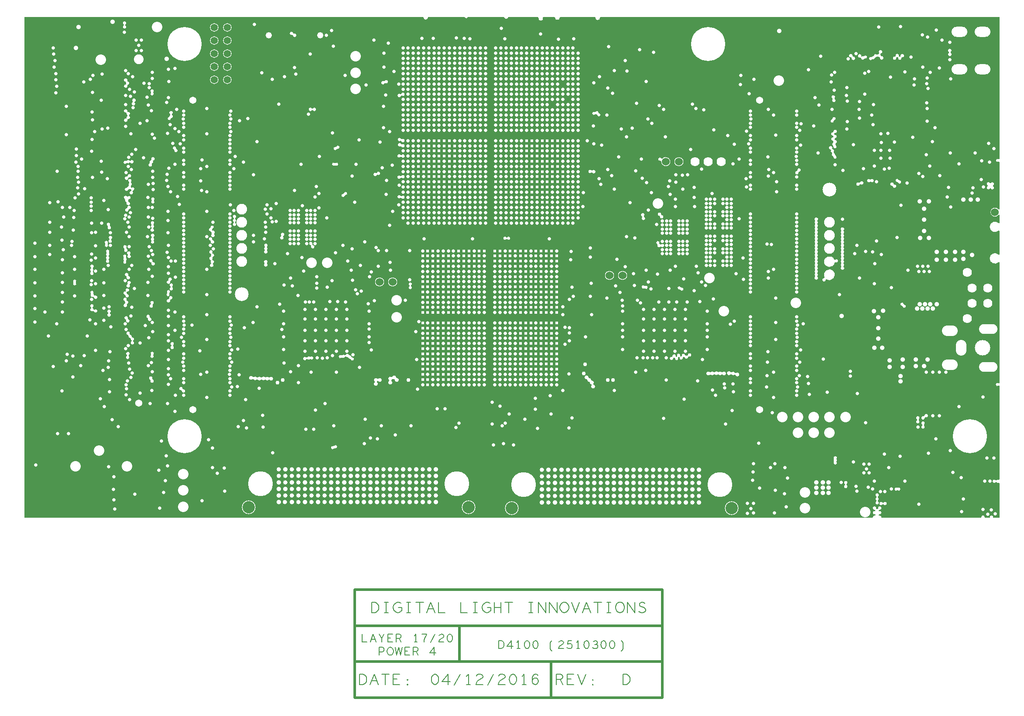
<source format=gbr>
G04 ================== begin FILE IDENTIFICATION RECORD ==================*
G04 Layout Name:  2510300_REV-D.brd*
G04 Film Name:    L17_pwr4.gbr*
G04 File Format:  Gerber RS274X*
G04 File Origin:  Cadence Allegro 16.6-2015-S051*
G04 Origin Date:  Tue Apr 12 06:53:58 2016*
G04 *
G04 Layer:  VIA CLASS/L17_PWR4*
G04 Layer:  PIN/L17_PWR4*
G04 Layer:  ETCH/L17_PWR4*
G04 Layer:  DRAWING FORMAT/TITLE_BLOCK*
G04 *
G04 Offset:    (0.00 0.00)*
G04 Mirror:    No*
G04 Mode:      Positive*
G04 Rotation:  0*
G04 FullContactRelief:  No*
G04 UndefLineWidth:     0.00*
G04 ================== end FILE IDENTIFICATION RECORD ====================*
%FSLAX25Y25*MOIN*%
%IR0*IPPOS*OFA0.00000B0.00000*MIA0B0*SFA1.00000B1.00000*%
%ADD13C,.06*%
%ADD15C,.07*%
%ADD14C,.025*%
%ADD10C,.016*%
%ADD11C,.055*%
%ADD12C,.094*%
%ADD16C,.02*%
%ADD17C,.006*%
%ADD18C,.008*%
%ADD22O,.12004X.08004*%
%ADD21O,.08004X.12004*%
%ADD20O,.14002X.07602*%
%ADD37C,.03004*%
%ADD19O,.12004X.07704*%
%ADD39C,.02404*%
%ADD36C,.03304*%
%ADD23C,.07004*%
%ADD27C,.03504*%
%ADD26C,.08004*%
%ADD25C,.02604*%
%ADD28C,.05404*%
%ADD35C,.08204*%
%ADD31C,.06504*%
%ADD29C,.07404*%
%ADD38C,.04904*%
%ADD32C,.10404*%
%ADD34C,.10504*%
%ADD30C,.26004*%
%ADD33C,.19004*%
%ADD24C,.11784*%
G75*
%LPD*%
G75*
G36*
G01X2500Y2500D02*
Y385500D01*
X307341D01*
X307350Y385310D01*
G03X310850I1750J90D01*
G01X310859Y385500D01*
X338854D01*
X338906Y385380D01*
G03X341294I1194J520D01*
G01X341346Y385500D01*
X368915D01*
X368965Y385372D01*
G03X372235I1635J628D01*
G01X372285Y385500D01*
X395033D01*
X395345Y385084D01*
X395317Y384989D01*
G03X398683I1683J-489D01*
G01X398655Y385084D01*
X398967Y385500D01*
X407631D01*
X407948Y385183D01*
Y385100D01*
G03X411452I1752J0D01*
G01Y385183D01*
X411769Y385500D01*
X438436D01*
X438754Y385167D01*
X438750Y385081D01*
G03X442250I1750J-81D01*
G01X442246Y385167D01*
X442564Y385500D01*
X747500D01*
Y277071D01*
X746939Y276811D01*
X746842Y276894D01*
G03Y274906I-842J-994D01*
G01X746939Y274989D01*
X747500Y274729D01*
Y238626D01*
X746869Y238413D01*
X746782Y238527D01*
G03Y234273I-2782J-2127D01*
G01X746869Y234387D01*
X747500Y234174D01*
Y228092D01*
X746913Y227847D01*
X746818Y227941D01*
G03Y222259I-2818J-2841D01*
G01X746913Y222353D01*
X747500Y222108D01*
Y203992D01*
X746913Y203747D01*
X746818Y203841D01*
G03Y198159I-2818J-2841D01*
G01X746913Y198253D01*
X747500Y198008D01*
Y105673D01*
X746913Y105429D01*
X746818Y105523D01*
G03Y103677I-918J-923D01*
G01X746913Y103771D01*
X747500Y103527D01*
Y31889D01*
X747012Y31596D01*
X746912Y31649D01*
G03X745174Y31154I-612J-1149D01*
G01X744626D01*
G03Y29846I-1126J-654D01*
G01X745174D01*
G03X746912Y29351I1126J654D01*
G01X747012Y29404D01*
X747500Y29111D01*
Y2500D01*
X743000D01*
X742682Y2858D01*
X742693Y2947D01*
G03X740107I-1293J153D01*
G01X740118Y2858D01*
X739800Y2500D01*
X736500D01*
X736182Y2858D01*
X736193Y2947D01*
G03X733607I-1293J153D01*
G01X733618Y2858D01*
X733300Y2500D01*
X657613D01*
X657295Y2837D01*
X657300Y2923D01*
G03X655765Y4281I-1300J77D01*
G01X655679Y4265D01*
X655304Y4546D01*
X655295Y4633D01*
G03X655277Y4753I-1295J-133D01*
G01X655257Y4858D01*
X655642Y5243D01*
X655747Y5223D01*
G03X655765Y7781I253J1277D01*
G01X655679Y7765D01*
X655304Y8046D01*
X655295Y8133D01*
G03X655277Y8253I-1295J-133D01*
G01X655257Y8358D01*
X655642Y8743D01*
X655747Y8723D01*
G03X654723Y9747I253J1277D01*
G01X654743Y9642D01*
X654358Y9257D01*
X654253Y9277D01*
G03X653747I-253J-1277D01*
G01X653642Y9257D01*
X653257Y9642D01*
X653277Y9747D01*
G03X652253Y8723I-1277J253D01*
G01X652358Y8743D01*
X652743Y8358D01*
X652723Y8253D01*
G03X652705Y8133I1277J-253D01*
G01X652696Y8046D01*
X652321Y7765D01*
X652235Y7781D01*
G03X652253Y5223I-235J-1281D01*
G01X652358Y5243D01*
X652743Y4858D01*
X652723Y4753D01*
G03X652705Y4633I1277J-253D01*
G01X652696Y4546D01*
X652321Y4265D01*
X652235Y4281D01*
G03X650700Y2923I-235J-1281D01*
G01X650705Y2837D01*
X650387Y2500D01*
X2500D01*
G37*
%LPC*%
G75*
G36*
G01X408972Y347113D02*
G02X410813Y345272I921J-920D01*
G02X408972Y347113I-921J920D01*
G37*
G36*
G01X315381Y343558D02*
X315382D01*
G02Y340954I0J-1302D01*
G02X315381Y343558I-1J1302D01*
G37*
G36*
G01X396780Y342256D02*
G02X399384I1302J0D01*
G02X396780I-1302J-1D01*
G37*
G36*
G01X302268Y338318D02*
G02X304872I1302J1D01*
G02X302268I-1302J0D01*
G37*
G36*
G01X278258Y335001D02*
G03X277689Y334820I-204J-344D01*
G02X277163Y336471I-1189J530D01*
G03X277732Y336652I204J344D01*
G02X278258Y335001I1189J-530D01*
G37*
G36*
G01X318016Y330444D02*
G02X320620I1302J1D01*
G02X318016I-1302J0D01*
G37*
G36*
G01X99147Y327687D02*
G03X99137Y328241I-293J272D01*
G02X101013Y328273I923J919D01*
G03X101023Y327719I293J-272D01*
G02X99147Y327687I-923J-919D01*
G37*
G36*
G01X441202Y312302D02*
X441402Y312102D01*
G02X440098Y310798I-2J-1302D01*
G01X439898Y310998D01*
G02X439132Y311249I2J1302D01*
G01X439064Y311298D01*
X438616Y311224D01*
X438568Y311155D01*
G02X438268Y312951I-1068J745D01*
G01X438336Y312902D01*
X438784Y312976D01*
X438832Y313045D01*
G02X441202Y312302I1068J-745D01*
G37*
G36*
G01X621241Y306688D02*
G03X620885Y306226I39J-398D01*
G02X619475Y307312I-1285J-210D01*
G03X619831Y307774I-39J398D01*
G02X621241Y306688I1285J210D01*
G37*
G36*
G01X314080Y302886D02*
G02X316684I1302J0D01*
G02X314080I-1302J-1D01*
G37*
G36*
G01X303570Y300250D02*
X303571D01*
G02X303570Y297646I0J-1302D01*
G02Y300250I0J1302D01*
G37*
G36*
G01X241680Y284718D02*
G03X241218Y284483I-93J-389D01*
G02X240320Y286250I-1202J501D01*
G03X240782Y286485I93J389D01*
G02X241680Y284718I1202J-501D01*
G37*
G36*
G01X117033Y283700D02*
G03X116774Y284170I-389J92D01*
G02X118467Y285100I426J1230D01*
G03X118726Y284630I389J-92D01*
G02X117033Y283700I-426J-1230D01*
G37*
G36*
G01X240159Y272006D02*
G03X239641I-259J-305D01*
G02Y273994I-841J994D01*
G03X240159I259J305D01*
G02Y272006I841J-994D01*
G37*
G36*
G01X649179Y259580D02*
G03X648592Y259556I-282J-283D01*
G02X648521Y261320I-992J844D01*
G03X649108Y261344I282J283D01*
G02X649179Y259580I992J-844D01*
G37*
G36*
G01X670555Y260934D02*
G03X671017Y260642I387J101D01*
G02X670004Y259035I247J-1278D01*
G03X669542Y259327I-387J-101D01*
G02X670555Y260934I-247J1278D01*
G37*
G36*
G01X666601Y257858D02*
G03X667071Y257482I399J17D01*
G02X665999Y256142I229J-1282D01*
G03X665529Y256518I-399J-17D01*
G02X666601Y257858I-229J1282D01*
G37*
G36*
G01X247774Y249404D02*
G03X247336Y249030I-39J-398D01*
G02X246162Y250402I-1300J76D01*
G03X246600Y250776I39J398D01*
G02X247774Y249404I1300J-76D01*
G37*
G36*
G01X99715Y245057D02*
G03X99729Y245611I-281J284D01*
G02X101605Y245563I961J879D01*
G03X101591Y245009I281J-284D01*
G02X99715Y245057I-961J-879D01*
G37*
G36*
G01X67779Y226271D02*
G03X67943Y225683I331J-225D01*
G02X66321Y225229I-543J-1183D01*
G03X66157Y225817I-331J225D01*
G02X67779Y226271I543J1183D01*
G37*
G36*
G01X64240Y211780D02*
G03X64217Y212344I-295J270D01*
G02X66060Y212420I884J956D01*
G03X66083Y211856I295J-270D01*
G02X64240Y211780I-884J-956D01*
G37*
G36*
G01X488916Y210006D02*
X488436D01*
X488376Y209938D01*
G02X486193Y211289I-976J862D01*
G01X486224Y211364D01*
X486056Y211773D01*
X485982Y211806D01*
G02X487707Y212511I518J1194D01*
G01X487676Y212436D01*
X487844Y212027D01*
X487918Y211994D01*
G02X488375Y211662I-518J-1194D01*
G01X488435Y211595D01*
X488915D01*
X488975Y211663D01*
G02X488976Y209939I976J-861D01*
G01X488916Y210006D01*
G37*
G36*
G01X187719Y207488D02*
Y207012D01*
G02X186081I-819J-1012D01*
G01Y207488D01*
G02X186056Y209492I819J1012D01*
G01X186123Y209548D01*
X186142Y210017D01*
X186080Y210079D01*
G02X187844Y210008I920J921D01*
G01X187777Y209952D01*
X187758Y209483D01*
X187820Y209421D01*
G02X187719Y207488I-920J-921D01*
G37*
G36*
G01X80192Y199417D02*
X80168Y198977D01*
X80222Y198915D01*
G02X78358Y199018I-982J-855D01*
G01X78418Y199073D01*
X78442Y199513D01*
X78388Y199575D01*
G02X78368Y201262I982J855D01*
G01X78420Y201324D01*
X78386Y201762D01*
X78326Y201816D01*
G02X80192Y201958I864J974D01*
G01X80140Y201896D01*
X80174Y201458D01*
X80234Y201404D01*
G02X80252Y199472I-864J-974D01*
G01X80192Y199417D01*
G37*
G36*
G01X187784Y197544D02*
G03Y196956I271J-294D01*
G02X186016I-884J-956D01*
G03Y197544I-271J294D01*
G02X187784I884J956D01*
G37*
G36*
G01X628319Y194988D02*
Y194512D01*
G02X626681I-819J-1012D01*
G01Y194988D01*
G02Y197012I819J1012D01*
G01Y197488D01*
G02Y199512I819J1012D01*
G01Y199988D01*
G02Y202012I819J1012D01*
G01Y202488D01*
G02Y204512I819J1012D01*
G01Y204988D01*
G02Y207012I819J1012D01*
G01Y207488D01*
G02Y209512I819J1012D01*
G01Y209988D01*
G02Y212012I819J1012D01*
G01Y212488D01*
G02Y214512I819J1012D01*
G01Y214988D01*
G02Y217012I819J1012D01*
G01Y217488D01*
G02Y219512I819J1012D01*
G01Y219988D01*
G02Y222012I819J1012D01*
G01Y222488D01*
G02X628319I819J1012D01*
G01Y222012D01*
G02Y219988I-819J-1012D01*
G01Y219512D01*
G02Y217488I-819J-1012D01*
G01Y217012D01*
G02Y214988I-819J-1012D01*
G01Y214512D01*
G02Y212488I-819J-1012D01*
G01Y212012D01*
G02Y209988I-819J-1012D01*
G01Y209512D01*
G02Y207488I-819J-1012D01*
G01Y207012D01*
G02Y204988I-819J-1012D01*
G01Y204512D01*
G02Y202488I-819J-1012D01*
G01Y202012D01*
G02Y199988I-819J-1012D01*
G01Y199512D01*
G02Y197488I-819J-1012D01*
G01Y197012D01*
G02Y194988I-819J-1012D01*
G37*
G36*
G01X608319Y187488D02*
Y187012D01*
G02X606681I-819J-1012D01*
G01Y187488D01*
G02Y189512I819J1012D01*
G01Y189988D01*
G02Y192012I819J1012D01*
G01Y192488D01*
G02Y194512I819J1012D01*
G01Y194988D01*
G02Y197012I819J1012D01*
G01Y197488D01*
G02Y199512I819J1012D01*
G01Y199988D01*
G02Y202012I819J1012D01*
G01Y202488D01*
G02Y204512I819J1012D01*
G01Y204988D01*
G02Y207012I819J1012D01*
G01Y207488D01*
G02Y209512I819J1012D01*
G01Y209988D01*
G02Y212012I819J1012D01*
G01Y212488D01*
G02Y214512I819J1012D01*
G01Y214988D01*
G02Y217012I819J1012D01*
G01Y217488D01*
G02Y219512I819J1012D01*
G01Y219988D01*
G02Y222012I819J1012D01*
G01Y222488D01*
G02Y224512I819J1012D01*
G01Y224988D01*
G02Y227012I819J1012D01*
G01Y227488D01*
G02Y229512I819J1012D01*
G01Y229988D01*
G02X608319I819J1012D01*
G01Y229512D01*
G02Y227488I-819J-1012D01*
G01Y227012D01*
G02Y224988I-819J-1012D01*
G01Y224512D01*
G02Y222488I-819J-1012D01*
G01Y222012D01*
G02Y219988I-819J-1012D01*
G01Y219512D01*
G02Y217488I-819J-1012D01*
G01Y217012D01*
G02Y214988I-819J-1012D01*
G01Y214512D01*
G02Y212488I-819J-1012D01*
G01Y212012D01*
G02Y209988I-819J-1012D01*
G01Y209512D01*
G02Y207488I-819J-1012D01*
G01Y207012D01*
G02Y204988I-819J-1012D01*
G01Y204512D01*
G02Y202488I-819J-1012D01*
G01Y202012D01*
G02Y199988I-819J-1012D01*
G01Y199512D01*
G02Y197488I-819J-1012D01*
G01Y197012D01*
G02Y194988I-819J-1012D01*
G01Y194512D01*
G02Y192488I-819J-1012D01*
G01Y192012D01*
G02Y189988I-819J-1012D01*
G01Y189512D01*
G02Y187488I-819J-1012D01*
G37*
G36*
G01X41831Y182690D02*
G03Y182410I143J-140D01*
G02X39969I-931J-910D01*
G03Y182690I-143J140D01*
G02X41831I931J910D01*
G37*
G36*
G01X83043Y181317D02*
G03X82879Y180729I167J-363D01*
G02X81257Y181183I-1079J-729D01*
G03X81421Y181771I-167J363D01*
G02X83043Y181317I1079J729D01*
G37*
G36*
G01X476280Y179987D02*
G03X476805Y179901I311J252D01*
G02X476488Y177981I695J-1101D01*
G03X475963Y178067I-311J-252D01*
G02X476280Y179987I-695J1101D01*
G37*
G36*
G01X504004Y178896D02*
G03X504474Y178661I370J152D01*
G02X503596Y176904I326J-1261D01*
G03X503126Y177139I-370J-152D01*
G02X504004Y178896I-326J1261D01*
G37*
G36*
G01X111436Y174284D02*
G03X111509Y174839I-247J315D01*
G02X113354Y174596I1041J781D01*
G03X113281Y174041I247J-315D01*
G02X111436Y174284I-1041J-781D01*
G37*
G36*
G01X674302Y166002D02*
G03X674702Y165602I400J0D01*
G02X673398Y164298I-2J-1302D01*
G03X672998Y164698I-400J0D01*
G02X674302Y166002I2J1302D01*
G37*
G36*
G01X98225Y156159D02*
G03X98516Y155632I376J-136D01*
G02X97015Y154801I-276J-1272D01*
G03X96724Y155328I-376J136D01*
G02X98225Y156159I276J1272D01*
G37*
G36*
G01X101045Y127407D02*
G03X101005Y126850I266J-299D01*
G02X99145Y126983I-995J-840D01*
G03X99185Y127540I-266J299D01*
G02X101045Y127407I995J840D01*
G37*
G36*
G01X100197Y108924D02*
G03X100446Y108369I362J-171D01*
G02X98903Y107676I-366J-1249D01*
G03X98654Y108231I-362J171D01*
G02X100197Y108924I366J1249D01*
G37*
G36*
G01X271846Y106759D02*
Y106241D01*
G02X270154I-846J-1241D01*
G01Y106759D01*
G02X272241Y108846I846J1241D01*
G01X272759D01*
G02Y107154I1241J-846D01*
G01X272241D01*
G02X271846Y106759I-1241J846D01*
G37*
G36*
G01X239613Y55738D02*
G03X239096Y55597I-180J-357D01*
G02X238587Y57462I-1096J703D01*
G03X239104Y57603I180J357D01*
G02X239613Y55738I1096J-703D01*
G37*
G36*
G01X622971Y45633D02*
Y45367D01*
G02X621029I-971J-867D01*
G01Y45633D01*
G02Y47367I971J867D01*
G01Y47633D01*
G02X622971I971J867D01*
G01Y47367D01*
G02Y45633I-971J-867D01*
G37*
G36*
G01X669633Y23529D02*
G03X669367I-133J-150D01*
G02Y25471I-867J971D01*
G03X669633I133J150D01*
G02Y23529I867J-971D01*
G37*
G36*
G01X79615Y379147D02*
G02X78385I-615J-1147D01*
G03Y379853I-189J353D01*
G02X79615I615J1147D01*
G03Y379147I189J-353D01*
G37*
G36*
G01X208465Y372787D02*
G02X207699Y371560I535J-1187D01*
G03X207135Y371913I-400J-12D01*
G02X207901Y373140I-535J1187D01*
G03X208465Y372787I400J12D01*
G37*
G36*
G01X710115Y358147D02*
G02X708885I-615J-1147D01*
G03Y358853I-189J353D01*
G02X710115I615J1147D01*
G03Y358147I189J-353D01*
G37*
G36*
G01X644170Y353730D02*
G02X641699Y354337I-1170J571D01*
G01X641702Y354447D01*
X641235Y354758D01*
X641135Y354713D01*
G02X641901Y355863I-535J1187D01*
G01X641898Y355753D01*
X642365Y355442D01*
X642465Y355487D01*
G02X643545Y355482I535J-1187D01*
G01X643809Y355576D01*
G02X644434Y353824I1170J-570D01*
G01X644170Y353730D01*
G37*
G36*
G01X672515Y354414D02*
X672537Y354309D01*
G02X670017Y354412I-1273J-273D01*
G01X670050Y354520D01*
X669666Y354942D01*
X669555Y354919D01*
G02X669064Y354914I-259J1276D01*
G01X668960Y354932D01*
X668580Y354543D01*
X668602Y354438D01*
G02X667558Y355454I-1275J-265D01*
G01X667662Y355436D01*
X668042Y355825D01*
X668020Y355930D01*
G02X670542Y355819I1275J265D01*
G01X670509Y355711D01*
X670893Y355289D01*
X671004Y355312D01*
G02X671497Y355317I259J-1276D01*
G01X671602Y355298D01*
X671981Y355690D01*
X671959Y355795D01*
G02X672999Y354787I1273J273D01*
G01X672894Y354806D01*
X672515Y354414D01*
G37*
G36*
G01X635591Y355249D02*
G02X634565Y354272I240J-1280D01*
G03X634102Y354758I-389J93D01*
G02X635128Y355735I-240J1280D01*
G03X635591Y355249I389J-93D01*
G37*
G36*
G01X650172Y353232D02*
G02X649562Y354974I-1172J567D01*
G01X649828Y355068D01*
G02X651084Y355799I1171J-568D01*
G01X651163Y355794D01*
X651498Y356073D01*
X651507Y356152D01*
G02X653777Y356861I1293J-152D01*
G01X653843Y356786D01*
X654362Y356827D01*
X654415Y356911D01*
G02X655349Y357507I1101J-695D01*
G01X655467Y357522D01*
X655680Y358071D01*
X655604Y358162D01*
G02X656767Y357709I996J838D01*
G01X656649Y357694D01*
X656436Y357145D01*
X656512Y357054D01*
G02X656805Y356032I-996J-839D01*
G01X656790Y355931D01*
X657171Y355564D01*
X657271Y355582D01*
G02X656211Y354484I229J-1282D01*
G01X656226Y354585D01*
X655845Y354952D01*
X655745Y354934D01*
G02X654539Y355355I-229J1282D01*
G01X654473Y355430D01*
X653954Y355389D01*
X653901Y355305D01*
G02X652716Y354701I-1101J695D01*
G01X652637Y354706D01*
X652302Y354427D01*
X652293Y354348D01*
G02X650438Y353326I-1293J152D01*
G01X650172Y353232D01*
G37*
G36*
G01X81050Y333309D02*
X81091Y333217D01*
G02X79757Y333984I-1191J-527D01*
G01X79858Y333995D01*
X80120Y334451D01*
X80079Y334543D01*
G02X80067Y335567I1191J526D01*
G01X80105Y335659D01*
X79843Y336105D01*
X79745Y336117D01*
G02X81103Y336913I155J1293D01*
G01X81065Y336821D01*
X81327Y336375D01*
X81425Y336363D01*
G02X81413Y333776I-155J-1293D01*
G01X81312Y333765D01*
X81050Y333309D01*
G37*
G36*
G01X290180Y325361D02*
G02X289807Y326534I-1280J239D01*
G03X290479Y326747I279J287D01*
G02X290852Y325574I1280J-239D01*
G03X290180Y325361I-279J-287D01*
G37*
G36*
G01X621516Y322930D02*
G02X620022Y322691I-580J-1166D01*
G03X619920Y323334I-280J285D01*
G02X621414Y323573I580J1166D01*
G03X621516Y322930I280J-285D01*
G37*
G36*
G01X86654Y320182D02*
G02X85290Y320398I-855J-982D01*
G03X85396Y321068I-157J368D01*
G02X86760Y320852I855J982D01*
G03X86654Y320182I157J-368D01*
G37*
G36*
G01X222147Y314385D02*
G02Y315615I-1147J615D01*
G03X222853I353J189D01*
G02Y314385I1147J-615D01*
G03X222147I-353J-189D01*
G37*
G36*
G01X114495Y308033D02*
G02X113075Y309196I-1295J-133D01*
G01X113255Y309415D01*
G02X113967Y310712I1295J133D01*
G01Y311289D01*
G02X115133I583J1164D01*
G01Y310712D01*
G02X114675Y308252I-583J-1164D01*
G01X114495Y308033D01*
G37*
G36*
G01X81128Y307146D02*
X81157Y307040D01*
G02X80135Y307981I-1257J-340D01*
G01X80243Y307961D01*
X80622Y308372D01*
X80593Y308478D01*
G02X81267Y309982I1257J340D01*
G01Y310559D01*
G02X80583Y312022I583J1164D01*
G01X80607Y312127D01*
X80231Y312526D01*
X80124Y312507D01*
G02X81167Y313491I-224J1283D01*
G01X81143Y313386D01*
X81519Y312987D01*
X81626Y313006D01*
G02X82433Y310559I224J-1283D01*
G01Y309982D01*
G02X81615Y307537I-583J-1164D01*
G01X81507Y307557D01*
X81128Y307146D01*
G37*
G36*
G01X290968Y292086D02*
G02X290515Y290666I791J-1035D01*
G03X289891Y290866I-382J-118D01*
G02X290344Y292286I-791J1035D01*
G03X290968Y292086I382J118D01*
G37*
G36*
G01X291016Y288184D02*
G02X290544Y286646I743J-1069D01*
G03X289943Y286831I-373J-144D01*
G02X290415Y288369I-743J1069D01*
G03X291016Y288184I373J144D01*
G37*
G36*
G01X622297Y287523D02*
X622360Y287491D01*
G02X620514Y286677I-591J-1160D01*
G01X620533Y286745D01*
X620373Y287107D01*
X620310Y287139D01*
G02X620399Y289501I591J1160D01*
G01X620467Y289529D01*
X620651Y289892D01*
X620634Y289963D01*
G02X620614Y290472I1266J305D01*
G01X620629Y290563D01*
X620307Y290935D01*
X620215Y290934D01*
G02X620135Y293536I-15J1302D01*
G01X620224Y293541D01*
X620524Y293911D01*
X620509Y293999D01*
G02Y294409I1286J205D01*
G01X620524Y294501D01*
X620198Y294874D01*
X620104Y294871D01*
G02X620231Y297465I-31J1302D01*
G01X620330Y297453D01*
X620690Y297829D01*
X620674Y297928D01*
G02X621800Y296850I1284J214D01*
G01X621701Y296862D01*
X621341Y296486D01*
X621357Y296387D01*
G02X621359Y295969I-1284J-215D01*
G01X621344Y295877D01*
X621670Y295504D01*
X621764Y295507D01*
G02X621860Y292905I31J-1302D01*
G01X621771Y292900D01*
X621471Y292530D01*
X621486Y292442D01*
G02Y292032I-1286J-205D01*
G01X621471Y291941D01*
X621793Y291569D01*
X621885Y291570D01*
G02X622402Y289066I16J-1302D01*
G01X622334Y289038D01*
X622150Y288675D01*
X622167Y288604D01*
G02X622156Y287953I-1266J-304D01*
G01X622137Y287885D01*
X622297Y287523D01*
G37*
G36*
G01X290662Y279942D02*
G02X290593Y278662I1097J-701D01*
G03X289897Y278699I-358J-178D01*
G02X289966Y279979I-1097J701D01*
G03X290662Y279942I358J178D01*
G37*
G36*
G01X622116Y279730D02*
G02X620562Y278689I-273J-1273D01*
G03X620252Y279152I-394J72D01*
G02X619588Y281329I273J1273D01*
G01X619663Y281407D01*
X619542Y281943D01*
X619441Y281981D01*
G02X618715Y283739I459J1219D01*
G01X618758Y283833D01*
X618489Y284294D01*
X618386Y284303D01*
G02X619685Y285061I114J1297D01*
G01X619642Y284967D01*
X619911Y284506D01*
X620014Y284497D01*
G02X620837Y282296I-114J-1297D01*
G01X620762Y282218D01*
X620883Y281682D01*
X620984Y281644D01*
G02X621806Y280193I-459J-1218D01*
G03X622116Y279730I394J-72D01*
G37*
G36*
G01X80535Y273762D02*
G02X80101Y275497I-1135J638D01*
G03X80665Y275638I215J337D01*
G02X82897Y275701I1135J-638D01*
G01X82954Y275612D01*
X83493Y275593D01*
X83555Y275677D01*
G02X83503Y274199I1045J-777D01*
G01X83446Y274288D01*
X82907Y274307D01*
X82845Y274223D01*
G02X81099Y273903I-1045J777D01*
G03X80535Y273762I-215J-337D01*
G37*
G36*
G01X489865Y277307D02*
G02X489009Y275279I2635J-2307D01*
G03X488467Y275685I-399J33D01*
G02X489197Y277413I-467J1215D01*
G03X489865Y277307I367J158D01*
G37*
G36*
G01X99825Y273072D02*
G02X98173Y273674I-1155J-602D01*
G03X98375Y274228I-152J369D01*
G02X99312Y276114I1155J602D01*
G01X99409Y276130D01*
X99650Y276581D01*
X99610Y276671D01*
G02X101018Y275916I1190J529D01*
G01X100921Y275900D01*
X100680Y275449D01*
X100720Y275359D01*
G02X100027Y273626I-1190J-529D01*
G03X99825Y273072I152J-369D01*
G37*
G36*
G01X436481Y268111D02*
G02X436377Y266642I1019J-810D01*
G03X435719Y266689I-345J-202D01*
G02X435823Y268158I-1019J810D01*
G03X436481Y268111I345J202D01*
G37*
G36*
G01X593945Y266811D02*
G02X592648Y267827I-1270J-286D01*
G03X593030Y268314I-8J400D01*
G02X594327Y267298I1270J286D01*
G03X593945Y266811I8J-400D01*
G37*
G36*
G01X271709Y264716D02*
G02X271204Y266296I-1209J484D01*
G03X271791Y266484I216J336D01*
G02X272296Y264904I1209J-484D01*
G03X271709Y264716I-216J-336D01*
G37*
G36*
G01X290014Y262629D02*
G02X289850Y263870I-1214J471D01*
G03X290545Y263963I322J237D01*
G02X290709Y262722I1214J-471D01*
G03X290014Y262629I-322J-237D01*
G37*
G36*
G01X81777Y262555D02*
G02X80990Y263506I-1277J-255D01*
G03X81533Y263955I151J370D01*
G02X82320Y263004I1277J255D01*
G03X81777Y262555I-151J-370D01*
G37*
G36*
G01X640672Y257520D02*
G02X640270Y258768I-1272J279D01*
G03X640928Y258980I267J298D01*
G02X641330Y257732I1272J-279D01*
G03X640672Y257520I-267J-298D01*
G37*
G36*
G01X740204Y254490D02*
X740147Y254385D01*
G02X738385Y256147I-1147J615D01*
G01X738490Y256204D01*
Y256796D01*
X738385Y256853D01*
G02X740147Y258615I615J1147D01*
G01X740204Y258510D01*
X740796D01*
X740853Y258615D01*
G02X742615Y256853I1147J-615D01*
G01X742510Y256796D01*
Y256204D01*
X742615Y256147D01*
G02X740853Y254385I-615J-1147D01*
G01X740796Y254490D01*
X740204D01*
G37*
G36*
G01X85102Y252146D02*
X85179Y252058D01*
G02X83985Y252484I-979J-858D01*
G01X84101Y252504D01*
X84298Y253054D01*
X84221Y253142D01*
G02X83911Y253820I979J858D01*
G01X83895Y253928D01*
X83392Y254161D01*
X83300Y254102D01*
G02X82281Y253938I-699J1098D01*
G03X81788Y253609I-97J-388D01*
G02X80819Y255062I-1288J191D01*
G03X81312Y255391I97J388D01*
G02X82116Y256409I1288J-191D01*
G01X82204Y256444D01*
X82355Y256917D01*
X82304Y256996D01*
G02X82558Y258693I1096J703D01*
G01X82639Y258762D01*
X82581Y259301D01*
X82487Y259351D01*
G02X83942Y259507I613J1149D01*
G01X83861Y259438D01*
X83919Y258899D01*
X84013Y258849D01*
G02X83884Y256491I-613J-1149D01*
G01X83796Y256456D01*
X83645Y255983D01*
X83696Y255904D01*
G02X83889Y255380I-1097J-702D01*
G01X83905Y255272D01*
X84408Y255039D01*
X84500Y255098D01*
G02X85415Y252716I700J-1098D01*
G01X85299Y252696D01*
X85102Y252146D01*
G37*
G36*
G01X290751Y248568D02*
G02X290580Y247192I1008J-824D01*
G03X289908Y247276I-362J-169D01*
G02X290079Y248652I-1008J824D01*
G03X290751Y248568I362J169D01*
G37*
G36*
G01X81983Y244249D02*
X82078Y244232D01*
G02X80658Y243474I-228J-1282D01*
G01X80697Y243562D01*
X80457Y244011D01*
X80362Y244028D01*
G02X79441Y245922I228J1282D01*
G03X79248Y246477I-353J188D01*
G02X80862Y248378I522J1193D01*
G01X80917Y248294D01*
X81439Y248261D01*
X81504Y248338D01*
G02X82280Y246217I996J-838D01*
G01X82170Y246236D01*
X81798Y245809D01*
X81832Y245702D01*
G02X81782Y244786I-1242J-392D01*
G01X81743Y244698D01*
X81983Y244249D01*
G37*
G36*
G01X82082Y238228D02*
G02X80819Y239302I-1282J-228D01*
G03X81218Y239772I5J400D01*
G02X82481Y238698I1282J228D01*
G03X82082Y238228I-5J-400D01*
G37*
G36*
G01X489381Y234102D02*
G02X488118Y233028I19J-1302D01*
G03X487719Y233498I-394J70D01*
G02X488982Y234572I-19J1302D01*
G03X489381Y234102I394J-70D01*
G37*
G36*
G01X476003Y232814D02*
G02X474463Y232501I-563J-1174D01*
G03X474337Y233126I-300J265D01*
G02X475877Y233439I563J1174D01*
G03X476003Y232814I300J-265D01*
G37*
G36*
G01X163510Y228204D02*
X163615Y228147D01*
G02X162385I-615J-1147D01*
G01X162490Y228204D01*
Y228796D01*
X162385Y228853D01*
G02Y231147I615J1147D01*
G01X162490Y231204D01*
Y231796D01*
X162385Y231853D01*
G02X163615I615J1147D01*
G01X163510Y231796D01*
Y231204D01*
X163615Y231147D01*
G02Y228853I-615J-1147D01*
G01X163510Y228796D01*
Y228204D01*
G37*
G36*
G01X100861Y223728D02*
X100952Y223663D01*
G02X99601Y223756I-752J-1063D01*
G01X99700Y223808D01*
X99739Y224372D01*
X99648Y224437D01*
G02X99570Y226503I752J1063D01*
G01X99646Y226566D01*
X99627Y227081D01*
X99547Y227138D01*
G02X101130Y227197I753J1062D01*
G01X101054Y227134D01*
X101073Y226619D01*
X101153Y226562D01*
G02X100999Y224344I-753J-1062D01*
G01X100900Y224292D01*
X100861Y223728D01*
G37*
G36*
G01X147420Y219421D02*
G02X145656Y219492I-920J-921D01*
G03X145680Y220079I-259J305D01*
G02X145320Y221240I920J922D01*
G01X145339Y221340D01*
X144975Y221723D01*
X144874Y221710D01*
G02X144418Y224271I-174J1290D01*
G03X144724Y224741I-86J391D01*
G02X146282Y223729I1276J259D01*
G03X145976Y223259I86J-391D01*
G02X145980Y222760I-1276J-260D01*
G01X145961Y222660D01*
X146325Y222277D01*
X146426Y222290D01*
G02X147444Y220008I174J-1290D01*
G03X147420Y219421I259J-305D01*
G37*
G36*
G01X200217Y217513D02*
G02X198642Y217876I-1017J-813D01*
G03X198783Y218487I-172J361D01*
G02X200358Y218124I1017J813D01*
G03X200217Y217513I172J-361D01*
G37*
G36*
G01X370653Y215787D02*
G02Y216985I-1042J599D01*
G03X371347I347J199D01*
G02Y215787I1042J-599D01*
G03X370653I-347J-199D01*
G37*
G36*
G01X68789Y215135D02*
G02X67394Y215252I-789J-1035D01*
G03X67451Y215925I-186J355D01*
G02X68846Y215808I789J1035D01*
G03X68789Y215135I186J-355D01*
G37*
G36*
G01X146271Y214900D02*
G02X144982Y214059I-71J-1300D01*
G03X144629Y214600I-374J141D01*
G02X145918Y215441I71J1300D01*
G03X146271Y214900I374J-141D01*
G37*
G36*
G01X101343Y214339D02*
G02X99467Y214307I-923J-919D01*
G03X99457Y214861I-293J272D01*
G02X99699Y216890I923J919D01*
G01X99789Y216945D01*
X99813Y217489D01*
X99727Y217552D01*
G02X101181Y217490I773J1048D01*
G01X101091Y217435D01*
X101067Y216891D01*
X101153Y216828D01*
G02X101333Y214893I-773J-1048D01*
G03X101343Y214339I293J-272D01*
G37*
G36*
G01X222756Y211101D02*
G02X221695Y210489I44J-1301D01*
G03X221343Y211101I-339J212D01*
G02X222404Y211713I-44J1301D01*
G03X222756Y211101I339J-212D01*
G37*
G36*
G01X80487Y208408D02*
G02X79001Y208035I-487J-1208D01*
G03X78843Y208662I-307J256D01*
G02X80329Y209035I487J1208D01*
G03X80487Y208408I307J-256D01*
G37*
G36*
G01X83212Y203590D02*
G02X81596Y203437I-712J-1090D01*
G03X81538Y204060I-277J288D01*
G02X83154Y204213I712J1090D01*
G03X83212Y203590I277J-288D01*
G37*
G36*
G01X66940Y199794D02*
G02X65260I-840J-994D01*
G03Y200406I-258J306D01*
G02X65347Y202462I840J994D01*
G01X65427Y202519D01*
X65446Y203034D01*
X65370Y203097D01*
G02X65240Y204980I830J1003D01*
G03X65217Y205544I-295J270D01*
G02X67060Y205620I884J956D01*
G03X67083Y205056I295J-270D01*
G02X66953Y203038I-883J-956D01*
G01X66873Y202981D01*
X66854Y202466D01*
X66930Y202403D01*
G02X66940Y200406I-830J-1003D01*
G03Y199794I258J-306D01*
G37*
G36*
G01X100747Y198175D02*
G02X99682Y197390I133J-1295D01*
G03X99273Y197945I-368J157D01*
G02X100338Y198730I-133J1295D01*
G03X100747Y198175I368J-157D01*
G37*
G36*
G01X621537Y197772D02*
G02X621279Y200096I-4037J728D01*
G03X621942Y199981I368J156D01*
G02X622158Y198030I958J-881D01*
G03X621537Y197772I-227J-329D01*
G37*
G36*
G01X146533Y196613D02*
X146595Y196540D01*
G02X144988Y196849I-995J-840D01*
G01X145072Y196894D01*
X145167Y197387D01*
X145105Y197460D01*
G02X145057Y199079I995J840D01*
G01X145125Y199170D01*
X144910Y199696D01*
X144798Y199714D01*
G02X144742Y202276I202J1286D01*
G01X144838Y202296D01*
X145066Y202752D01*
X145024Y202840D01*
G02X145102Y204100I1176J560D01*
G01X145161Y204192D01*
X144928Y204695D01*
X144820Y204711D01*
G02X146098Y205300I181J1289D01*
G01X146039Y205208D01*
X146272Y204705D01*
X146380Y204689D01*
G02X146458Y202124I-181J-1289D01*
G01X146362Y202104D01*
X146134Y201648D01*
X146176Y201560D01*
G02X146043Y200221I-1176J-559D01*
G01X145975Y200130D01*
X146190Y199604D01*
X146302Y199586D01*
G02X146712Y197151I-202J-1286D01*
G01X146628Y197106D01*
X146533Y196613D01*
G37*
G36*
G01X54773Y190619D02*
X54853Y190562D01*
G02X53270Y190503I-753J-1062D01*
G01X53346Y190566D01*
X53327Y191081D01*
X53247Y191138D01*
G02X53342Y193323I753J1062D01*
G01X53433Y193377D01*
X53471Y193916D01*
X53389Y193981D01*
G02X54858Y193877I810J1019D01*
G01X54767Y193823D01*
X54729Y193284D01*
X54811Y193219D01*
G02X54830Y191197I-811J-1019D01*
G01X54754Y191134D01*
X54773Y190619D01*
G37*
G36*
G01X82078Y187532D02*
G02X80658Y186774I-228J-1282D01*
G03X80362Y187328I-366J160D01*
G02X81782Y188086I228J1282D01*
G03X82078Y187532I366J-160D01*
G37*
G36*
G01X614700Y184670D02*
G02X613535Y185895I-1300J-70D01*
G03X613925Y186489I41J398D01*
G02X615313Y185030I3575J2011D01*
G03X614700Y184670I-213J-338D01*
G37*
G36*
G01X113743Y183231D02*
G02X112336Y183994I-1193J-521D01*
G03X112637Y184549I-66J395D01*
G02X114044Y183786I1193J521D01*
G03X113743Y183231I66J-395D01*
G37*
G36*
G01X297913Y179653D02*
G02X296715I-599J-1042D01*
G03Y180347I-199J347D01*
G02X297913I599J1042D01*
G03Y179653I199J-347D01*
G37*
G36*
G01X115429Y178824D02*
G02X114071I-679J-1111D01*
G03Y179507I-208J341D01*
G02X115429I679J1111D01*
G03Y178824I208J-341D01*
G37*
G36*
G01X81082Y173699D02*
G02X79724Y172661I-83J-1299D01*
G03X79358Y173141I-392J81D01*
G02X79589Y175733I82J1299D01*
G01X79704Y175720D01*
X80048Y176182D01*
X80003Y176288D01*
G02X81051Y175507I1197J512D01*
G01X80936Y175520D01*
X80592Y175058D01*
X80637Y174952D01*
G02X80716Y174179I-1197J-513D01*
G03X81082Y173699I392J-81D01*
G37*
G36*
G01X56191Y172397D02*
X56287Y172449D01*
G02X55600Y171222I613J-1149D01*
G01X55594Y171331D01*
X55109Y171603D01*
X55013Y171551D01*
G02X53370Y173497I-613J1149D01*
G03X53323Y174037I-316J245D01*
G02X55230Y174203I877J963D01*
G03X55277Y173663I316J-245D01*
G02X55700Y172778I-877J-963D01*
G01X55706Y172669D01*
X56191Y172397D01*
G37*
G36*
G01X113744Y169049D02*
G02X112695Y169824I-1194J-519D01*
G03X113106Y170381I44J398D01*
G02X114155Y169606I1194J519D01*
G03X113744Y169049I-44J-398D01*
G37*
G36*
G01X80757Y165567D02*
G02X79157Y166218I-1167J-577D01*
G03X79383Y166773I-132J377D01*
G02X79370Y167900I1167J577D01*
G01X79410Y167985D01*
X79196Y168434D01*
X79104Y168457D01*
G02X80600Y169170I316J1263D01*
G01X80560Y169085D01*
X80774Y168636D01*
X80866Y168613D01*
G02X80983Y166122I-316J-1263D01*
G03X80757Y165567I132J-377D01*
G37*
G36*
G01X100390Y165345D02*
G02X98945Y165720I-990J-845D01*
G03X99110Y166355I-139J375D01*
G02X100555Y165980I990J845D01*
G03X100390Y165345I139J-375D01*
G37*
G36*
G01X55954Y161702D02*
X56042Y161779D01*
G02X55616Y160585I858J-979D01*
G01X55596Y160701D01*
X55046Y160898D01*
X54958Y160821D01*
G02X53514Y162962I-859J978D01*
G01Y163538D01*
G02X54686I586J1162D01*
G01Y162962D01*
G02X55384Y162015I-586J-1163D01*
G01X55404Y161899D01*
X55954Y161702D01*
G37*
G36*
G01X67879Y158759D02*
G02X66521I-679J-1111D01*
G03Y159442I-208J342D01*
G02X67879I679J1111D01*
G03Y158759I208J-341D01*
G37*
G36*
G01X81736Y154456D02*
G02X80290Y153709I-257J-1276D01*
G03X80004Y154264I-365J163D01*
G02X81450Y155011I257J1276D01*
G03X81736Y154456I365J-163D01*
G37*
G36*
G01X85573Y137540D02*
G02X84427I-573J-1169D01*
G01Y138121D01*
G02X83731Y139582I573J1169D01*
G01X83754Y139680D01*
X83415Y140077D01*
X83315Y140071D01*
G02X82030Y141874I-85J1299D01*
G01X82070Y141971D01*
X81782Y142425D01*
X81677Y142429D01*
G02X82930Y143226I53J1301D01*
G01X82890Y143129D01*
X83178Y142675D01*
X83283Y142671D01*
G02X84499Y141078I-53J-1301D01*
G01X84476Y140980D01*
X84815Y140583D01*
X84915Y140589D01*
G02X85573Y138121I85J-1299D01*
G01Y137540D01*
G37*
G36*
G01X116109Y133937D02*
G02X114769I-670J-1117D01*
G03Y134622I-206J343D01*
G02X116109I670J1117D01*
G03Y133937I206J-342D01*
G37*
G36*
G01X82152Y126363D02*
G02X80801Y126456I-752J-1063D01*
G03X80848Y127137I-184J355D01*
G02X82199Y127044I752J1063D01*
G03X82152Y126363I184J-355D01*
G37*
G36*
G01X501926Y125096D02*
X501983Y124997D01*
G02X499588Y124628I-1125J-655D01*
G01X499611Y124733D01*
X499231Y125129D01*
X499125Y125109D01*
G02X498659I-233J1281D01*
G01X498560Y125127D01*
X498179Y124765D01*
X498192Y124664D01*
G02X497131Y125781I-1292J-164D01*
G01X497230Y125763D01*
X497611Y126125D01*
X497598Y126226D01*
G02X500160Y126104I1292J164D01*
G01X500137Y125999D01*
X500517Y125603D01*
X500623Y125623D01*
G02X500836Y125644I234J-1281D01*
G01X500950Y125646D01*
X501232Y126146D01*
X501175Y126245D01*
G02X503559Y126567I1125J655D01*
G01X503530Y126459D01*
X503919Y126050D01*
X504029Y126073D01*
G02X504319Y126102I274J-1273D01*
G01X504413Y126101D01*
X504735Y126479D01*
X504718Y126572D01*
G02X507284Y127017I1282J228D01*
G01X507300Y126924D01*
X507736Y126677D01*
X507824Y126712D01*
G02X508835Y126687I476J-1212D01*
G01X508936Y126641D01*
X509403Y126952D01*
X509400Y127063D01*
G02X510166Y125914I1301J38D01*
G01X510065Y125960D01*
X509598Y125649D01*
X509601Y125538D01*
G02X507016Y125283I-1301J-37D01*
G01X507000Y125376D01*
X506564Y125623D01*
X506476Y125588D01*
G02X505981Y125498I-476J1212D01*
G01X505887Y125499D01*
X505565Y125121D01*
X505582Y125028D01*
G02X503041Y125133I-1282J-228D01*
G01X503070Y125241D01*
X502681Y125650D01*
X502571Y125627D01*
G02X502322Y125598I-274J1273D01*
G01X502208Y125596D01*
X501926Y125096D01*
G37*
G36*
G01X218061Y123954D02*
X218020Y123846D01*
G02X217798Y125136I-1220J454D01*
G01X217872Y125048D01*
X218439Y125146D01*
X218480Y125254D01*
G02X220580Y125760I1220J-454D01*
G03X221120I270J295D01*
G02Y123840I880J-960D01*
G03X220580I-270J-295D01*
G02X218702Y123964I-880J960D01*
G01X218628Y124052D01*
X218061Y123954D01*
G37*
G36*
G01X252761Y125283D02*
X252847Y125293D01*
G02X251700Y123931I153J-1293D01*
G01X251695Y124018D01*
X251339Y124317D01*
X251253Y124307D01*
G02X249875Y125160I-153J1293D01*
G01X249850Y125228D01*
X249500Y125431D01*
X249428Y125418D01*
G02X248221Y125842I-228J1282D01*
G01X248144Y125929D01*
X247575Y125812D01*
X247539Y125701D01*
G02X245435Y125126I-1240J399D01*
G03X244854Y125073I-266J-299D01*
G02X244692Y126847I-1027J801D01*
G03X245273Y126900I266J299D01*
G02X247279Y126958I1027J-800D01*
G01X247356Y126871D01*
X247925Y126988D01*
X247961Y127099D01*
G02X250425Y127140I1239J-399D01*
G01X250450Y127072D01*
X250800Y126869D01*
X250872Y126882D01*
G02X252400Y125669I228J-1282D01*
G01X252405Y125582D01*
X252761Y125283D01*
G37*
G36*
G01X526185Y112077D02*
G02Y113923I-1185J923D01*
G03X526815I315J246D01*
G02X529213Y113886I1185J-923D01*
G01X529278Y113797D01*
X529833Y113832D01*
X529886Y113928D01*
G02X532378Y114132I1314J-728D01*
G01X532432Y114063D01*
X532903Y114029D01*
X532967Y114090D01*
G02X535241Y113846I1033J-1090D01*
G01X535759D01*
G02Y112154I1241J-846D01*
G01X535241D01*
G02X532822Y112068I-1241J846D01*
G01X532768Y112137D01*
X532297Y112171D01*
X532233Y112110D01*
G02X529987Y112314I-1033J1090D01*
G01X529922Y112403D01*
X529367Y112368D01*
X529314Y112272D01*
G02X526815Y112077I-1314J728D01*
G03X526185I-315J-246D01*
G37*
G36*
G01X546038Y113158D02*
X546118Y113242D01*
G02X545755Y111790I1082J-1042D01*
G01X545723Y111901D01*
X545162Y112042D01*
X545082Y111958D01*
G02X542686Y112272I-1082J1042D01*
G01X542633Y112368D01*
X542078Y112403D01*
X542013Y112314D01*
G02X542114Y113928I-1213J886D01*
G01X542167Y113832D01*
X542722Y113797D01*
X542787Y113886D01*
G02X545445Y113410I1213J-886D01*
G01X545477Y113299D01*
X546038Y113158D01*
G37*
G36*
G01X183367Y108368D02*
X183314Y108272D01*
G02X180686I-1314J728D01*
G01X180633Y108368D01*
X180078Y108403D01*
X180013Y108314D01*
G02X177438Y108568I-1213J886D01*
G01X177391Y108668D01*
X176835Y108738D01*
X176765Y108652D01*
G02X176962Y110232I-1165J948D01*
G01X177009Y110132D01*
X177565Y110062D01*
X177635Y110148D01*
G02X180114Y109928I1165J-948D01*
G01X180167Y109832D01*
X180722Y109797D01*
X180787Y109886D01*
G02X183213I1213J-886D01*
G01X183278Y109797D01*
X183833Y109832D01*
X183886Y109928D01*
G02X186378Y110132I1314J-728D01*
G01X186432Y110063D01*
X186903Y110029D01*
X186967Y110090D01*
G02X189241Y109846I1033J-1090D01*
G01X189759D01*
G02Y108154I1241J-846D01*
G01X189241D01*
G02X186822Y108068I-1241J846D01*
G01X186768Y108137D01*
X186297Y108171D01*
X186233Y108110D01*
G02X183987Y108314I-1033J1090D01*
G01X183922Y108403D01*
X183367Y108368D01*
G37*
G36*
G01X282923Y107185D02*
G02X281077I-923J-1185D01*
G03Y107815I-246J315D01*
G02X282921Y110187I922J1186D01*
G01X283005Y110121D01*
X283523Y110294D01*
X283551Y110397D01*
G02X286500Y109920I1449J-396D01*
G03X286920Y109500I399J-21D01*
G02X285500Y108080I80J-1500D01*
G03X285080Y108500I-399J21D01*
G02X284079Y108813I-80J1500D01*
G01X283995Y108879D01*
X283477Y108706D01*
X283449Y108603D01*
G02X282923Y107815I-1449J397D01*
G03Y107185I246J-315D01*
G37*
G36*
G01X437294Y104477D02*
X437397Y104449D01*
G02X435813Y103921I-397J-1449D01*
G01X435879Y104005D01*
X435706Y104523D01*
X435603Y104551D01*
G02X434500Y106080I397J1449D01*
G01X434505Y106169D01*
X434169Y106505D01*
X434080Y106500D01*
G02X432500Y108080I-80J1500D01*
G01X432505Y108169D01*
X432169Y108505D01*
X432080Y108500D01*
G02X433500Y109920I-80J1500D01*
G01X433495Y109831D01*
X433831Y109495D01*
X433920Y109500D01*
G02X435500Y107920I80J-1500D01*
G01X435495Y107831D01*
X435831Y107495D01*
X435920Y107500D01*
G02X437187Y105079I80J-1500D01*
G01X437121Y104995D01*
X437294Y104477D01*
G37*
G36*
G01X123859Y100861D02*
G02X122768Y99686I206J-1286D01*
G03X122306Y100114I-399J33D01*
G02X123397Y101289I-206J1286D01*
G03X123859Y100861I399J-33D01*
G37*
G36*
G01X690397Y79115D02*
G02X689639Y80185I-1297J-115D01*
G03X690203Y80585I166J364D01*
G02X690961Y79515I1297J115D01*
G03X690397Y79115I-166J-364D01*
G37*
G36*
G01X685715Y77147D02*
G02X684485I-615J-1147D01*
G03Y77853I-189J353D01*
G02X685715I615J1147D01*
G03Y77147I189J-353D01*
G37*
G36*
G01X689715Y73147D02*
G02X688485I-615J-1147D01*
G03Y73853I-189J353D01*
G02X689715I615J1147D01*
G03Y73147I189J-353D01*
G37*
G36*
G01X630615Y27647D02*
G02X629385I-615J-1147D01*
G03Y28353I-189J353D01*
G02X630615I615J1147D01*
G03Y27647I189J-353D01*
G37*
G36*
G01X654510Y15204D02*
X654615Y15147D01*
G02X653385I-615J-1147D01*
G01X653490Y15204D01*
Y15796D01*
X653385Y15853D01*
G02Y18147I615J1147D01*
G01X653490Y18204D01*
Y18796D01*
X653385Y18853D01*
G02X654615I615J1147D01*
G01X654510Y18796D01*
Y18204D01*
X654615Y18147D01*
G02Y15853I-615J-1147D01*
G01X654510Y15796D01*
Y15204D01*
G37*
G36*
G01X658147Y12885D02*
G02Y14115I-1147J615D01*
G03X658853I353J189D01*
G02Y12885I1147J-615D01*
G03X658147I-353J-189D01*
G37*
G54D22*
X709587Y145492D03*
Y119508D03*
G54D21*
X718248Y132500D03*
G54D20*
X738720Y147067D03*
Y117933D03*
G54D37*
X196000Y106000D03*
X200000Y108000D03*
X296000D03*
X431000Y120000D03*
X430000Y113000D03*
X448100Y108000D03*
X452100Y107800D03*
G54D19*
X734452Y374370D03*
Y345630D03*
X716736Y374370D03*
Y345630D03*
G54D39*
X303570Y247744D03*
Y267429D03*
Y259555D03*
Y263492D03*
Y251681D03*
X303571Y279241D03*
X303570Y271366D03*
X306708Y108344D03*
X310644D03*
Y104408D03*
X306708Y112282D03*
Y116218D03*
Y120156D03*
X310644Y116218D03*
Y120156D03*
Y124092D03*
X318518D03*
X314582Y116218D03*
X318518Y112282D03*
X314582D03*
X318518Y116218D03*
Y120156D03*
X314582Y124092D03*
X306708Y131966D03*
X314582Y143778D03*
X310644Y139841D03*
X306708D03*
X318518Y135904D03*
X310644D03*
X314582Y128030D03*
Y135904D03*
X306708D03*
X310644Y128030D03*
X318518Y143778D03*
Y139841D03*
X314582Y131966D03*
X310644Y143778D03*
X318518Y131966D03*
X306708Y128030D03*
X318518Y151652D03*
X314582Y147715D03*
Y159548D03*
Y151652D03*
X318518Y159548D03*
X310644D03*
Y147715D03*
X306708Y159548D03*
Y147715D03*
Y151652D03*
X318518Y179234D03*
Y175296D03*
Y163485D03*
X306708Y179234D03*
Y175296D03*
Y171359D03*
X314582Y179234D03*
X310644Y171359D03*
Y163485D03*
X314582Y175296D03*
Y171359D03*
X310644Y167422D03*
X306708Y163485D03*
X310644Y179234D03*
X318518Y194982D03*
Y183170D03*
X314582Y194982D03*
X318518Y187108D03*
X310644D03*
Y183170D03*
X306708D03*
Y202856D03*
X310644D03*
Y198918D03*
X314582Y206792D03*
X318518Y198918D03*
X314582D03*
X318518Y202856D03*
X310644Y206792D03*
X315381Y247744D03*
Y243807D03*
X311444D03*
X319318D03*
X311444Y247744D03*
X307507Y259555D03*
X311444Y263492D03*
X307507Y267429D03*
X311444D03*
X315381Y263492D03*
Y267429D03*
X319318Y263492D03*
Y259555D03*
X311444Y255618D03*
Y259555D03*
X315381Y251681D03*
Y255618D03*
Y271366D03*
Y275304D03*
X319318Y271366D03*
Y275304D03*
X311444D03*
X307507Y271366D03*
Y275304D03*
X319319Y283179D03*
X315382D03*
X311445D03*
X319319Y279241D03*
X315382Y291053D03*
X307507Y291052D03*
X307508Y287115D03*
X319319Y291053D03*
X315382Y287115D03*
X311445D03*
X322456Y108344D03*
X326392D03*
Y120156D03*
X322456D03*
Y124092D03*
X330330Y120156D03*
Y124092D03*
X326392Y116218D03*
X322456Y112282D03*
X326392D03*
Y139841D03*
X322456Y131966D03*
X330330Y128030D03*
Y139841D03*
X322456Y128030D03*
X326392Y131966D03*
X322456Y139841D03*
Y143778D03*
X326392Y128030D03*
X330330Y143778D03*
Y135904D03*
X326392D03*
Y147715D03*
X330330D03*
X326392Y151652D03*
X322456Y147715D03*
X326392Y159548D03*
X330330D03*
X322456Y151652D03*
X330330Y179234D03*
X326392Y171359D03*
X322456Y175296D03*
X326392D03*
X330330Y171359D03*
X326392Y179234D03*
X330330Y163485D03*
Y167422D03*
X326392Y183170D03*
X330330D03*
X338204Y194982D03*
X322456Y183170D03*
Y194982D03*
X326392D03*
X322456Y187108D03*
Y191044D03*
X326392D03*
X338204Y198918D03*
X326392D03*
Y202856D03*
X322456D03*
X330330Y198918D03*
X338204Y202856D03*
X334266Y206792D03*
X338204D03*
X323255Y247744D03*
Y243807D03*
X331129Y255618D03*
Y259555D03*
X327192D03*
X323255D03*
X327192Y267429D03*
X323255Y263492D03*
Y251681D03*
X327192Y255618D03*
X323256Y283179D03*
X331130D03*
X327193Y271367D03*
Y279241D03*
X331130D03*
Y275305D03*
X323256Y279241D03*
X327193Y275305D03*
X323256Y287115D03*
X327193Y291053D03*
Y287115D03*
X331130D03*
X323256Y291053D03*
X346078Y194982D03*
X342141D03*
Y206792D03*
X350015Y198918D03*
X346078Y202856D03*
Y198918D03*
X342141Y202856D03*
X353952Y206792D03*
Y198918D03*
X350015Y206792D03*
Y202856D03*
X339004Y255618D03*
X350815Y267430D03*
X369722Y194982D03*
X373659Y183170D03*
Y202856D03*
X369722Y198918D03*
X361848Y202856D03*
X365785D03*
X361848Y206792D03*
X365785D03*
X369722Y202856D03*
X361848Y198918D03*
X373659Y206792D03*
Y198918D03*
X370522Y251682D03*
X362648Y259556D03*
X366586Y267429D03*
X381534Y116218D03*
Y112282D03*
Y124092D03*
X385470D03*
X389408Y120156D03*
Y116218D03*
X385470Y143778D03*
X389408Y128030D03*
Y131966D03*
X381534Y143778D03*
X385470Y139841D03*
X381534Y131966D03*
X389408Y139841D03*
X381534Y135904D03*
Y139841D03*
X385471Y131966D03*
X389408Y135904D03*
X385470Y128030D03*
X381534Y159548D03*
X389408D03*
X381534Y151652D03*
X385470D03*
X389408D03*
X385470Y147715D03*
X389408D03*
X381534Y179234D03*
Y175296D03*
Y163485D03*
X389408Y179234D03*
X385470Y163485D03*
Y175296D03*
X389408Y163485D03*
Y175296D03*
X377596Y179234D03*
Y187108D03*
X385470Y183170D03*
Y187108D03*
X377596Y194982D03*
X381534D03*
X389408Y191044D03*
X385470D03*
X389408Y183170D03*
X381534Y206792D03*
X377596D03*
X385470Y202856D03*
X381534D03*
X377596Y198918D03*
X381534D03*
X385470Y206792D03*
X390208Y247744D03*
Y259555D03*
Y255618D03*
Y251681D03*
X386271Y259555D03*
X374460Y263492D03*
X386271Y283178D03*
X390208Y279240D03*
Y275304D03*
X386271Y279240D03*
Y271366D03*
X390208D03*
Y287114D03*
Y291052D03*
X386271Y287114D03*
Y291052D03*
X397282Y116218D03*
X393344D03*
X405156Y124092D03*
X401218Y116218D03*
X397282Y124092D03*
X393344D03*
X401218D03*
X393344Y120156D03*
X401218D03*
X405156D03*
X401218Y131966D03*
X405156Y139841D03*
X401218D03*
Y143778D03*
X393344D03*
X397282D03*
X393344Y128030D03*
X397282Y135904D03*
X393344Y139841D03*
X397282Y128030D03*
X401218Y135904D03*
X397282Y131966D03*
X393344Y135904D03*
X405156Y128030D03*
Y143778D03*
Y131966D03*
Y147715D03*
X401218Y159548D03*
Y151652D03*
X405156D03*
X397282D03*
X393344Y159548D03*
X397282D03*
X393344Y163485D03*
X397282Y171359D03*
X401218Y175296D03*
X397282Y179234D03*
X393344Y171359D03*
X405156Y163485D03*
X401218Y179234D03*
X397282Y175296D03*
X405156D03*
X401218Y163485D03*
Y167422D03*
X405156D03*
X393344Y179234D03*
X405156Y171359D03*
Y183170D03*
X393344D03*
X397282Y191044D03*
X393344Y187108D03*
Y191044D03*
X401218Y183170D03*
Y194982D03*
X397282Y187108D03*
X393344Y202856D03*
X401218Y198918D03*
Y206792D03*
X405156Y202856D03*
X401218D03*
X397282Y198918D03*
X393344Y206792D03*
X397282D03*
X405156D03*
X394145Y247744D03*
X402019Y243807D03*
X398082D03*
X405956Y259555D03*
Y263492D03*
Y267429D03*
X402019Y251681D03*
X398082Y267429D03*
X402019Y255618D03*
Y263492D03*
Y259555D03*
X398082Y251681D03*
X394145Y259555D03*
X398082Y263492D03*
Y255618D03*
X394145D03*
Y263492D03*
X405956Y279240D03*
X394145Y283178D03*
X405956Y271366D03*
X398082Y283178D03*
X402019Y271366D03*
X394145Y275304D03*
X398082Y271366D03*
X394145Y279240D03*
X398082Y275304D03*
X402019D03*
Y279240D03*
X398082Y291052D03*
X405956Y287114D03*
X398082D03*
X394145D03*
X405956Y291052D03*
X402019D03*
X409092Y116218D03*
Y120156D03*
Y131966D03*
Y128030D03*
Y139841D03*
Y135904D03*
Y151652D03*
Y159548D03*
Y147715D03*
Y171359D03*
Y163485D03*
Y175296D03*
Y179234D03*
Y183170D03*
Y198918D03*
Y202856D03*
X413830Y243807D03*
Y247744D03*
X409893Y267429D03*
X413830Y263492D03*
Y267429D03*
X409893Y259555D03*
X413830Y255618D03*
Y259555D03*
X409893Y271366D03*
Y279240D03*
X413830Y283178D03*
X409893Y275304D03*
X413830Y287114D03*
X409893Y291052D03*
Y287114D03*
G54D36*
X196727Y34727D03*
Y39727D03*
X201700Y14700D03*
X211727Y19727D03*
Y14727D03*
X206727Y19727D03*
X201727D03*
Y34727D03*
X211727D03*
X201727Y29727D03*
X206727Y34727D03*
Y24727D03*
Y39727D03*
X211727Y29727D03*
X231727Y19727D03*
Y14727D03*
X221727D03*
Y19727D03*
X216727D03*
X226727D03*
Y24727D03*
X216727Y39727D03*
X226727Y34727D03*
Y39727D03*
X216727Y24727D03*
X231727Y34727D03*
Y29727D03*
X216727Y34727D03*
X221727D03*
Y29727D03*
X236727Y19727D03*
Y24727D03*
Y39727D03*
Y34727D03*
X241727D03*
Y29727D03*
X281727Y19727D03*
X276727D03*
X281727Y14727D03*
Y29727D03*
Y34727D03*
X271727D03*
X276727Y39727D03*
Y24727D03*
X271727Y29727D03*
X276727Y34727D03*
X291727Y14727D03*
Y19727D03*
X301727Y14727D03*
X286727Y19727D03*
X296727D03*
X301727D03*
Y29727D03*
X286727Y39727D03*
Y24727D03*
X296727D03*
X301727Y34727D03*
X296727Y39727D03*
X286727Y34727D03*
X296727D03*
X291727Y29727D03*
Y34727D03*
X311727Y14727D03*
Y19727D03*
X316727D03*
X306727D03*
X311727Y34727D03*
X316727Y24727D03*
X306727Y34727D03*
X311727Y29727D03*
X306727Y39727D03*
Y24727D03*
X402727Y19227D03*
X407727D03*
X402750Y14200D03*
X397727Y34227D03*
X402727D03*
Y29227D03*
X397727Y39227D03*
X407727Y24227D03*
Y39227D03*
Y34227D03*
X412727Y19227D03*
X422727D03*
X412727Y14227D03*
X417727Y19227D03*
X422727Y14227D03*
X412727Y29227D03*
X417727Y34227D03*
X422727Y29227D03*
X417727Y24227D03*
Y39227D03*
X422727Y34227D03*
X412727D03*
X432727Y14227D03*
Y19227D03*
X437727D03*
X427727D03*
X437727Y34227D03*
Y39227D03*
X442727Y34227D03*
Y29227D03*
X432727Y34227D03*
X427727Y24227D03*
X437727D03*
X427727Y39227D03*
X432727Y29227D03*
X427727Y34227D03*
X477727Y19227D03*
X472727Y29227D03*
X477727Y39227D03*
Y24227D03*
Y34227D03*
X472727D03*
X492727Y14227D03*
X482727Y19227D03*
X487727D03*
X492727D03*
X482727Y14227D03*
X487727Y24227D03*
Y34227D03*
X492727Y29227D03*
X487727Y39227D03*
X482727Y34227D03*
X492727D03*
X482727Y29227D03*
X512727Y19227D03*
X502727D03*
X497727D03*
X512727Y14227D03*
X502727D03*
X507727Y19227D03*
Y24227D03*
X497727D03*
X512727Y29227D03*
X507727Y39227D03*
X497727D03*
X507727Y34227D03*
X512727D03*
X497727D03*
X502727Y29227D03*
Y34227D03*
X517727Y19227D03*
Y24227D03*
G54D23*
X722900Y154800D03*
Y190200D03*
X274000Y183000D03*
X284000D03*
X459500Y188000D03*
X449500D03*
X515000Y275000D03*
X502500D03*
X525000D03*
X535000D03*
X726600Y166600D03*
Y178400D03*
X738400Y166600D03*
Y178400D03*
G54D27*
X42000Y362000D03*
X44000Y378000D03*
X70000Y382000D03*
X111200Y353600D03*
X196727Y14727D03*
Y19727D03*
Y29727D03*
Y24727D03*
X206727Y14727D03*
X211727Y39727D03*
X201727D03*
X206727Y29727D03*
X211727Y24727D03*
X201727D03*
X226727Y14727D03*
X216727D03*
X231727Y39727D03*
X221727D03*
X226727Y29727D03*
X216727D03*
X231727Y24727D03*
X221727D03*
X246727Y19727D03*
Y14727D03*
X236727D03*
X241727D03*
Y19727D03*
Y39727D03*
X246727Y29727D03*
X236727D03*
X241727Y24727D03*
X246727D03*
Y39727D03*
Y34727D03*
X261727Y19727D03*
X266727D03*
X261727Y14727D03*
X251727D03*
Y19727D03*
X256727D03*
Y14727D03*
X266727D03*
X256727Y39727D03*
X261727Y34727D03*
X266727D03*
X256727D03*
Y24727D03*
X251727Y34727D03*
X266727Y24727D03*
Y39727D03*
X261727Y29727D03*
X251727D03*
X261727Y39727D03*
X251727D03*
X266727Y29727D03*
X256727D03*
X261727Y24727D03*
X251727D03*
X271727Y14727D03*
Y19727D03*
X276727Y14727D03*
X281727Y39727D03*
X271727D03*
X276727Y29727D03*
X281727Y24727D03*
X271727D03*
X296727Y14727D03*
X286727D03*
X301727Y39727D03*
X291727D03*
X296727Y29727D03*
X286727D03*
X301727Y24727D03*
X291727D03*
X316727Y14727D03*
X306727D03*
X316727Y39727D03*
Y34727D03*
X311727Y39727D03*
X316727Y29727D03*
X306727D03*
X311727Y24727D03*
X397727Y19227D03*
Y14227D03*
X407727D03*
X397727Y24227D03*
Y29227D03*
X402727Y39227D03*
X407727Y29227D03*
X402727Y24227D03*
X417727Y14227D03*
X422727Y39227D03*
X412727D03*
X417727Y29227D03*
X422727Y24227D03*
X412727D03*
X437727Y14227D03*
X427727D03*
X442727Y19227D03*
Y14227D03*
Y39227D03*
X432727D03*
X437727Y29227D03*
X427727D03*
X442727Y24227D03*
X432727D03*
X457727Y19227D03*
Y14227D03*
X447727Y19227D03*
Y14227D03*
X452727Y19227D03*
Y14227D03*
Y29227D03*
Y39227D03*
X457727Y29227D03*
X447727D03*
X452727Y24227D03*
X457727Y34227D03*
Y24227D03*
X452727Y34227D03*
X457727Y39227D03*
X447727Y24227D03*
Y39227D03*
Y34227D03*
X462727Y19227D03*
Y14227D03*
X472727Y19227D03*
Y14227D03*
X477727D03*
X467727D03*
Y19227D03*
Y24227D03*
Y34227D03*
X462727D03*
X472727Y39227D03*
X462727D03*
X477727Y29227D03*
X467727D03*
X472727Y24227D03*
X462727D03*
Y29227D03*
X467727Y39227D03*
X487727Y14227D03*
X492727Y39227D03*
X482727D03*
X487727Y29227D03*
X492727Y24227D03*
X482727D03*
X507727Y14227D03*
X497727D03*
X512727Y39227D03*
X502727D03*
X507727Y29227D03*
X497727D03*
X512727Y24227D03*
X502727D03*
X517727Y14227D03*
Y34227D03*
Y39227D03*
Y29227D03*
X579200Y375100D03*
X617000Y21500D03*
X612500D03*
X607500D03*
X617000Y25500D03*
Y29500D03*
X612500D03*
Y25500D03*
X607500D03*
Y29500D03*
X626900Y156800D03*
X652000Y132500D03*
X655000Y139500D03*
X651500Y160500D03*
X655000Y156000D03*
Y147500D03*
X672000Y111000D03*
Y107000D03*
X663500Y118000D03*
Y123000D03*
X658000Y132500D03*
X658500Y161000D03*
X690000Y118500D03*
X683500D03*
X673500Y118000D03*
Y123500D03*
X683500D03*
X688500Y162500D03*
X684500D03*
X690500Y166000D03*
X686500D03*
X687000Y216500D03*
X690000Y222000D03*
Y230500D03*
X686500Y244500D03*
X690000Y239000D03*
X692500Y123500D03*
X696500Y162500D03*
X692500D03*
X699500Y166000D03*
X694500D03*
X706500Y206000D03*
Y200000D03*
X699500D03*
Y206000D03*
X693500Y216500D03*
Y244500D03*
X720000Y206000D03*
Y200500D03*
X713500Y206000D03*
Y200000D03*
X725500Y246000D03*
X720000D03*
X726500Y203500D03*
X731000Y246000D03*
G54D26*
X41500Y42000D03*
X59500Y53800D03*
X61000Y353000D03*
X80800Y42000D03*
X104000Y378000D03*
X124000Y11000D03*
Y23500D03*
Y36000D03*
X234000Y197500D03*
X222000D03*
X255600Y330500D03*
X255500Y343000D03*
Y355500D03*
X287000Y156000D03*
Y169000D03*
X486500Y243000D03*
X526000Y186000D03*
X537000Y160500D03*
X581500Y79500D03*
X579000Y337000D03*
X599000Y10000D03*
Y22000D03*
X605500Y67500D03*
X593500D03*
Y79500D03*
X605500D03*
X592000Y167000D03*
X617500Y67500D03*
Y79500D03*
X630000D03*
X644900Y7000D03*
G54D25*
X11100Y43100D03*
X20900Y141700D03*
X10550Y152200D03*
Y162700D03*
X18300Y160000D03*
X10550Y172300D03*
Y182400D03*
Y192700D03*
Y212700D03*
Y202400D03*
X21900Y204000D03*
Y211000D03*
Y220800D03*
Y228700D03*
Y243600D03*
X27926Y67126D03*
X36326D03*
X31300Y99626D03*
X39400Y110400D03*
X35100Y127500D03*
X34600Y122500D03*
X24400Y118400D03*
X39400Y126300D03*
X27100Y150800D03*
X31400Y160000D03*
Y175000D03*
Y167500D03*
Y190000D03*
Y182500D03*
X31100Y215000D03*
X32100Y207500D03*
X31400Y200000D03*
X38600Y210900D03*
X38800Y214100D03*
X40100Y232300D03*
X40000Y222700D03*
X32400Y232500D03*
X30900Y225000D03*
X37200Y240100D03*
X28100Y244300D03*
X31500Y240000D03*
X27400Y267500D03*
X34500Y295500D03*
Y317300D03*
X26668Y327632D03*
X26574Y337474D03*
X27347Y332553D03*
X26405Y342395D03*
X25084Y347316D03*
X25763Y352237D03*
X24942Y357158D03*
X24379Y362079D03*
X45600Y118900D03*
X48100Y126500D03*
X56800Y130600D03*
X50400Y141700D03*
X52500Y154000D03*
X56900Y151100D03*
X53900Y169600D03*
X41000Y172300D03*
X53900Y184100D03*
X53700Y180900D03*
X56900Y191400D03*
Y181700D03*
X41000Y192700D03*
X54000Y204200D03*
X53700Y199500D03*
X56900Y201300D03*
Y210700D03*
X40900Y202300D03*
X53900Y220500D03*
Y228000D03*
X56900Y221100D03*
X53600Y237700D03*
X53500Y240900D03*
X53600Y244100D03*
Y247300D03*
X43932Y250132D03*
X40500Y237700D03*
X41100Y247300D03*
X43900Y259200D03*
X43200Y262800D03*
X43347Y255053D03*
X54500Y263100D03*
X43400Y267500D03*
X48500Y254200D03*
X42079Y284579D03*
X43600Y271200D03*
X42037Y274737D03*
X42242Y279658D03*
X53900Y283100D03*
X46300Y276900D03*
X56300Y298100D03*
X54200Y291900D03*
Y313100D03*
X54600Y306900D03*
X53000Y338000D03*
X48000Y336000D03*
X54400Y328100D03*
X55000Y341000D03*
X71400Y9200D03*
X71000Y16200D03*
X70600Y24200D03*
X70900Y34100D03*
X66800Y41700D03*
X74200Y72200D03*
X69700Y77500D03*
X63500Y87500D03*
X60400Y93700D03*
X67650Y98850D03*
X67700Y108300D03*
X66550Y117750D03*
X67030Y122470D03*
X62426Y115374D03*
X67860Y129560D03*
X63100Y153600D03*
Y163100D03*
X68440Y148460D03*
X63100Y172600D03*
X67300Y164100D03*
X66400Y195700D03*
X63100Y182300D03*
Y192600D03*
X68300Y211100D03*
X68100Y220600D03*
X61600Y227800D03*
X66520Y238220D03*
X63350Y245350D03*
X61600Y266900D03*
X66000Y262000D03*
X61100Y275400D03*
X66100Y300600D03*
X62000Y300000D03*
X61050Y322050D03*
X62000Y342000D03*
X87000Y20600D03*
X84000Y109800D03*
X80300Y104200D03*
X81100Y107300D03*
X90800Y98000D03*
X80110Y96490D03*
X80610Y101210D03*
X83000Y93000D03*
X84800Y113293D03*
X82800Y116300D03*
X82200Y120900D03*
X90800Y136400D03*
X81980Y134280D03*
X80020Y131920D03*
X80300Y146500D03*
X84000Y157000D03*
X79620Y150820D03*
X84600Y163500D03*
X86400Y178000D03*
X84500Y195700D03*
X82500Y192500D03*
X79590Y183890D03*
X82500Y210000D03*
Y225000D03*
Y232500D03*
Y217500D03*
X81470Y228770D03*
X80550Y220950D03*
X79170Y231130D03*
X83440Y235860D03*
X79800Y234100D03*
X80070Y266570D03*
X81790Y271290D03*
X84440Y280740D03*
X82120Y278380D03*
X87700Y284200D03*
X84370Y268930D03*
X79900Y302000D03*
X83800Y296200D03*
X85470Y316170D03*
X90760Y304360D03*
X79900Y318520D03*
X83626Y325027D03*
X82850Y330350D03*
X86600Y328300D03*
X79900Y325600D03*
X85200Y339800D03*
X81840Y342160D03*
X79900Y344500D03*
X92000Y360000D03*
X88000D03*
Y368000D03*
X92000D03*
X90000Y364000D03*
X79000Y374000D03*
X106000Y9900D03*
X109000Y21900D03*
X105300Y38800D03*
X110100Y31100D03*
X107200Y61200D03*
X98600Y90000D03*
X99970Y100030D03*
X99510Y121290D03*
X97130Y118930D03*
X100200Y114200D03*
X97400Y140300D03*
X100610Y144910D03*
X95000Y149600D03*
X100300Y152000D03*
X97000Y172500D03*
X100070Y187430D03*
X97400Y192500D03*
X96900Y182500D03*
X99400Y206900D03*
X100470Y203970D03*
X97900Y210000D03*
X97100Y202500D03*
X100500Y231700D03*
X97100Y232500D03*
X97400Y225000D03*
X96700Y217500D03*
X96900Y247500D03*
X97100Y240000D03*
X100300Y239900D03*
X100930Y253570D03*
X100650Y267750D03*
X101000Y258300D03*
X97300Y257500D03*
X100680Y263020D03*
X93600Y277900D03*
X100300Y296000D03*
X102000Y293000D03*
X97200Y318400D03*
X96200Y306200D03*
X99700Y314100D03*
X97870Y331530D03*
X97900Y334700D03*
X96260Y324440D03*
X100210Y338610D03*
X94000Y335000D03*
X100240Y343340D03*
X111850Y42450D03*
X111000Y49900D03*
X117500Y83800D03*
X111800Y90000D03*
X124065Y109025D03*
Y96425D03*
X114100Y108900D03*
X112550Y104760D03*
X124065Y105875D03*
X117800Y96300D03*
X124065Y118475D03*
Y124775D03*
X112550Y123650D03*
Y116570D03*
Y111840D03*
X124065Y115325D03*
Y127925D03*
X123625Y121625D03*
X124065Y134225D03*
Y137375D03*
Y143675D03*
X112550Y142550D03*
Y137830D03*
Y130740D03*
X122625Y140525D03*
X124065Y156275D03*
Y153125D03*
Y146825D03*
X117500Y159800D03*
X112550Y161450D03*
Y156720D03*
Y149640D03*
X124575Y149975D03*
X117500Y145900D03*
X124065Y175175D03*
Y178325D03*
Y197225D03*
Y194075D03*
Y187775D03*
Y184625D03*
X112550Y194520D03*
X124065Y190925D03*
Y181475D03*
X112550Y189790D03*
X117900Y186700D03*
X111400Y205500D03*
X124065Y203525D03*
Y206675D03*
Y212975D03*
X117900Y199100D03*
X112550Y211050D03*
Y201610D03*
X124065Y209825D03*
Y200375D03*
X114700Y199100D03*
X124065Y216125D03*
Y231875D03*
X112050Y229950D03*
X112300Y220500D03*
X124065Y228725D03*
Y219275D03*
Y225575D03*
Y222425D03*
Y235025D03*
X119700Y248400D03*
X112240Y237040D03*
X121000Y242200D03*
X111690Y265390D03*
X111260Y260660D03*
X112340Y255940D03*
X114200Y252000D03*
X124065Y266525D03*
Y253925D03*
Y257075D03*
Y263375D03*
X117500Y272900D03*
X113010Y270110D03*
X124065Y285425D03*
Y282275D03*
Y272825D03*
Y275975D03*
Y301175D03*
Y294875D03*
Y291725D03*
X113880Y303180D03*
X115800Y288800D03*
X117500Y300300D03*
X112000Y296500D03*
X121675Y288575D03*
X120425Y298025D03*
X111350Y320150D03*
X124065Y304325D03*
Y310625D03*
Y313775D03*
X124025Y307475D03*
X119000Y314900D03*
X112750Y336250D03*
X112500Y323800D03*
X117400Y346400D03*
X112500Y345700D03*
X138200Y15500D03*
X143050Y62150D03*
X141870Y94600D03*
Y113850D03*
X137225Y112175D03*
X141870Y138850D03*
X136600Y130200D03*
X141870Y158100D03*
X130590Y149975D03*
X141870Y173350D03*
Y192600D03*
X144600Y211000D03*
X141870Y217600D03*
Y236850D03*
X141770Y252000D03*
X138000Y253000D03*
X137275Y260225D03*
X141870Y271350D03*
X138100Y276400D03*
X137325Y269675D03*
X141870Y296350D03*
Y315600D03*
X149900Y36600D03*
X155700Y23100D03*
X146200Y40900D03*
X155100Y40500D03*
X146200Y56100D03*
X159675Y105875D03*
Y99575D03*
X159525Y96425D03*
X159675Y109025D03*
X160825Y102725D03*
X159675Y127925D03*
Y118475D03*
Y124775D03*
Y115325D03*
X160875Y121625D03*
X159275Y112175D03*
X159675Y134225D03*
Y137375D03*
Y143675D03*
X160225Y140525D03*
X160925Y131075D03*
X159675Y156275D03*
Y146825D03*
Y153125D03*
X160675Y149975D03*
X159675Y175175D03*
Y178325D03*
Y184625D03*
Y197225D03*
Y187775D03*
Y194075D03*
Y190925D03*
Y181475D03*
Y212975D03*
Y200375D03*
Y209825D03*
Y203525D03*
Y206675D03*
X146900Y208400D03*
X159675Y225575D03*
Y216125D03*
Y231875D03*
Y222425D03*
Y219275D03*
Y228725D03*
X146500Y228500D03*
X159675Y235025D03*
X162500Y237500D03*
X160000Y242000D03*
X159675Y263375D03*
Y253925D03*
Y266525D03*
Y257075D03*
Y260225D03*
Y285425D03*
Y275975D03*
Y282275D03*
Y272825D03*
X162475Y269675D03*
X159675Y294875D03*
Y301175D03*
Y291725D03*
X160225Y298025D03*
X159375Y288575D03*
X159675Y304325D03*
X160225Y313775D03*
X159675Y310625D03*
X160225Y307475D03*
X172100Y71300D03*
X166000Y72400D03*
X170000Y77000D03*
X171700Y93000D03*
X165300Y103000D03*
X166700Y112000D03*
X165700Y131500D03*
X177200Y151900D03*
X170400Y147800D03*
X180200Y164000D03*
X177500Y213500D03*
Y218500D03*
Y265000D03*
X170000Y274700D03*
X163400Y279125D03*
X180350Y290350D03*
X173100Y308000D03*
X166900Y306400D03*
X178334Y380066D03*
X192300Y52300D03*
X185000Y72100D03*
X184700Y80900D03*
X181900Y101700D03*
X197600Y166100D03*
X193800Y196900D03*
X195000Y229200D03*
X186000Y216000D03*
X186500Y228500D03*
X192000Y229000D03*
X187000Y225000D03*
X191000Y232000D03*
X187000Y221000D03*
X195000Y243000D03*
X191000Y239000D03*
X188000Y242000D03*
Y235000D03*
X186500Y238500D03*
X197000Y319000D03*
X191953Y337953D03*
X184000Y343000D03*
X211900Y106000D03*
X200950Y121050D03*
X212000Y119000D03*
X205900Y114200D03*
X200500Y141079D03*
Y131236D03*
X199100Y146600D03*
X200500Y160764D03*
Y150921D03*
X200900Y180600D03*
X211624Y172476D03*
X207100Y180000D03*
X205800Y185800D03*
X208701Y215551D03*
X205551Y212402D03*
X214600Y201500D03*
X208701Y212402D03*
X203500Y204600D03*
X205551Y215551D03*
X211850Y212402D03*
Y215551D03*
X205551Y231299D03*
X208701Y228150D03*
X211850D03*
Y231299D03*
Y221850D03*
X208701Y218701D03*
X211850D03*
X205551Y221850D03*
Y218701D03*
X208701Y231299D03*
X205551Y228150D03*
X208701Y221850D03*
X205551Y234449D03*
X214804Y241195D03*
X208701Y237598D03*
X205551D03*
X208701Y234449D03*
X211850D03*
Y237598D03*
X209000Y253000D03*
X213900Y273000D03*
X201200Y340000D03*
X210000Y342000D03*
X209000Y347000D03*
X217600Y70300D03*
X223600Y70200D03*
X224900Y84900D03*
X232350Y90050D03*
X230047Y124753D03*
X226110Y124890D03*
X221700Y114100D03*
X233000Y138000D03*
X225000D03*
X217000D03*
X233000Y130000D03*
X225000D03*
X217000D03*
X233000Y154500D03*
X225000D03*
X217000D03*
X233000Y162000D03*
X225000D03*
X217000D03*
X233000Y146000D03*
X217000D03*
X225000D03*
X225800Y178400D03*
X217200Y167500D03*
X223500D03*
X220205Y167505D03*
X215900Y191300D03*
X226000Y187000D03*
Y182000D03*
X224449Y215551D03*
X218150Y212402D03*
X221299Y215551D03*
X224449Y212402D03*
X218150Y215551D03*
X221299Y221850D03*
Y228150D03*
Y231299D03*
X218150Y228150D03*
Y231299D03*
Y221850D03*
Y218701D03*
X224449D03*
X221299D03*
X224449Y228150D03*
Y231299D03*
Y221850D03*
X221299Y234449D03*
Y237598D03*
X224449D03*
X218150D03*
X224449Y234449D03*
X227400Y250500D03*
X227700Y239700D03*
X224500Y247800D03*
X218150Y234449D03*
X225500Y256000D03*
X228000Y279000D03*
X219500Y311300D03*
X233100Y371600D03*
X221000Y357300D03*
X238800Y72900D03*
X233984Y124984D03*
X241000Y114000D03*
X238000Y126600D03*
X241000Y138000D03*
X249000D03*
X241000Y130000D03*
X249000D03*
X241000Y154500D03*
X249000D03*
X241000Y162000D03*
X249000D03*
Y146000D03*
X241000D03*
X233984Y179000D03*
X235953Y167800D03*
X247764Y167500D03*
X241858Y168042D03*
X237700Y183900D03*
X246000Y210900D03*
X249500Y199000D03*
X240100Y205300D03*
X233400Y231900D03*
X237900Y296900D03*
X247500Y341100D03*
X238634Y363334D03*
X237100Y375300D03*
X267000Y63500D03*
X262300Y59300D03*
X263000Y78000D03*
X258550Y117550D03*
X253700Y127299D03*
X265900Y141100D03*
X267500Y130900D03*
X265900Y136500D03*
X265716Y146984D03*
X265900Y160764D03*
Y150921D03*
X265200Y166300D03*
X256800Y173900D03*
X259800Y175900D03*
X255500Y177000D03*
X253100Y184200D03*
X252200Y192100D03*
X266100Y187000D03*
X267700Y190500D03*
X259100Y195600D03*
X262400Y213500D03*
X252900Y208400D03*
X255000Y244000D03*
X253000Y264000D03*
X255900Y272900D03*
X258300Y291500D03*
X263400Y333500D03*
X272200Y62800D03*
X275100Y73000D03*
X286000Y66000D03*
X270000Y168500D03*
X272900Y194900D03*
X282300Y192000D03*
X281800Y198000D03*
X271200Y209300D03*
X272900Y206800D03*
X279100Y207100D03*
X281600Y226200D03*
X278950Y249850D03*
X283800Y236800D03*
X279050Y260550D03*
X283600Y272200D03*
X275900Y270400D03*
X274200Y290100D03*
X276900Y300800D03*
X281400Y298100D03*
X277000Y317300D03*
X278500Y326000D03*
X277150Y347150D03*
X285000Y344000D03*
X280400Y365600D03*
X269650Y367850D03*
X277050Y357850D03*
X298000Y73000D03*
X303000Y101000D03*
X302300Y123600D03*
X301400Y145100D03*
X293600Y169100D03*
X297000Y184700D03*
Y206900D03*
X303570Y228059D03*
Y231996D03*
X295696D03*
X299634D03*
Y228059D03*
X291759Y231996D03*
X295696Y228059D03*
X303570Y243807D03*
Y239870D03*
X295696Y247744D03*
Y243808D03*
X299634Y239870D03*
X291759D03*
Y235934D03*
X295696D03*
X288700Y241900D03*
X303570Y235934D03*
X295696Y239870D03*
X299634Y247744D03*
Y243808D03*
Y235934D03*
X291759Y243808D03*
X295696Y251682D03*
X291759Y259556D03*
Y255618D03*
X299634Y263492D03*
Y259556D03*
X295696Y267430D03*
Y255618D03*
Y263492D03*
X299634Y251682D03*
X288800Y256900D03*
X291759Y251682D03*
X295696Y259556D03*
X303570Y255618D03*
X299634Y267430D03*
X291759D03*
X299634Y255618D03*
X295696Y271366D03*
X299634Y283178D03*
X291759Y275304D03*
X299634Y279241D03*
X295696Y283178D03*
X291759D03*
X299634Y275304D03*
Y271366D03*
X295696Y275304D03*
X291759Y271366D03*
X303570Y275304D03*
X295696Y279241D03*
X303571Y283179D03*
Y302886D03*
X295696Y298948D03*
X299634Y291052D03*
X303570D03*
X299634Y298948D03*
X291759D03*
X295696Y291052D03*
Y287115D03*
X299634Y302885D03*
Y287115D03*
X295696Y302885D03*
X291759D03*
X303571Y287115D03*
X299634Y314696D03*
X291759Y318634D03*
X303571Y314696D03*
X299634Y318634D03*
X303571Y306822D03*
Y310760D03*
X299634Y310759D03*
X291759Y314696D03*
X303570Y318634D03*
X291759Y306822D03*
X295696Y310759D03*
X299634Y306822D03*
X295696D03*
X291759Y310759D03*
X295696Y314696D03*
Y318634D03*
X303571Y322571D03*
X291759Y322570D03*
X295696Y330444D03*
X288400Y334400D03*
X303571Y330445D03*
X295696Y322570D03*
X299634Y330444D03*
X291759Y334382D03*
Y330444D03*
X295696Y326508D03*
X303571Y334382D03*
Y326508D03*
X295696Y338318D03*
Y334382D03*
X299634D03*
Y322570D03*
Y326508D03*
Y338318D03*
X291759D03*
X303570Y350130D03*
Y354066D03*
X295696D03*
X291759Y350129D03*
X299634Y354066D03*
X295696Y350130D03*
X303571Y346193D03*
X295696Y342256D03*
X299634Y350130D03*
X291759Y354066D03*
X303571Y342256D03*
X291759D03*
X295696Y346192D03*
X291759D03*
X299634Y342256D03*
Y346192D03*
X303570Y361941D03*
X299634D03*
X295696Y358004D03*
X291759D03*
X299634D03*
X303570D03*
X295696Y361941D03*
X291759D03*
X318000Y86000D03*
X318518Y104408D03*
Y108344D03*
X306708Y104408D03*
X314582Y108344D03*
Y104408D03*
X306708Y124092D03*
X310644Y112282D03*
X314582Y120156D03*
X306708Y143778D03*
X314582Y139841D03*
X318518Y128030D03*
X310644Y131966D03*
Y151652D03*
X303900Y152500D03*
X318518Y147715D03*
Y171359D03*
X306708Y167422D03*
X314582Y163485D03*
X310644Y175296D03*
X314582Y167422D03*
X318518D03*
X310644Y194982D03*
X306708Y187108D03*
X314582Y183170D03*
X318518Y191044D03*
X314582Y187108D03*
X306708Y194982D03*
Y191044D03*
X310644D03*
X314582D03*
X306708Y206792D03*
X314582Y202856D03*
X306708Y198918D03*
X318518Y206792D03*
X315382Y228059D03*
X311444D03*
X307508D03*
X319318Y231996D03*
X315382D03*
X307508D03*
X319318Y228059D03*
X308000Y216000D03*
X311444Y231996D03*
X307507Y247744D03*
X319318Y235934D03*
X315382D03*
X311444D03*
X307508D03*
X319318Y239870D03*
X311444D03*
X307508D03*
X315382D03*
X307508Y243808D03*
X319318Y247744D03*
X307507Y255618D03*
Y251681D03*
X311444Y251682D03*
X307508Y263492D03*
X319318Y267430D03*
X315382Y259556D03*
X319318Y255618D03*
Y251681D03*
X315382Y279241D03*
X311444Y271366D03*
X307508Y283178D03*
Y279241D03*
X311445D03*
X307508Y298948D03*
X319319Y302886D03*
X315382Y298948D03*
X319319D03*
X311445Y302886D03*
Y298948D03*
X307508Y302886D03*
X311444Y291052D03*
X319318Y287115D03*
X307508Y310760D03*
Y314696D03*
X311445Y310760D03*
X311444Y314696D03*
X315382Y306822D03*
X311445Y318634D03*
X315382Y310760D03*
X307508Y306822D03*
X319318Y310759D03*
X311445Y306822D03*
X319319Y314696D03*
X315382D03*
X319319Y318634D03*
X315382D03*
X307508D03*
X319319Y306822D03*
X307508Y322571D03*
X319319Y338319D03*
X307508Y326508D03*
X315382Y338318D03*
Y326508D03*
X311445Y338319D03*
X315382Y330445D03*
X307508Y334382D03*
X315382Y322570D03*
X311444Y334382D03*
X311445Y330445D03*
X307508Y338319D03*
X311445Y322571D03*
Y326508D03*
X307508Y330445D03*
X315382Y334382D03*
X319319D03*
Y326508D03*
Y322571D03*
X315382Y350130D03*
X311444D03*
X307508D03*
X319318Y354066D03*
X315382D03*
X307508D03*
X311445Y346193D03*
Y342256D03*
X315382Y346193D03*
X319319Y342256D03*
Y346193D03*
X307508Y342256D03*
Y346192D03*
X319318Y350130D03*
X311444Y354066D03*
X319318Y361941D03*
X311444D03*
X319318Y358004D03*
X315382D03*
X311444D03*
X307508D03*
Y361941D03*
X315382D03*
X314900Y369300D03*
X306150Y369250D03*
X332300Y71700D03*
X334700Y75100D03*
X324000Y86000D03*
X322456Y104408D03*
X338204Y108344D03*
X326392Y104408D03*
X334266Y108344D03*
X330330D03*
Y104408D03*
X334266D03*
X338204D03*
X334266Y120156D03*
X322456Y116218D03*
X326392Y124092D03*
X330330Y112282D03*
X334266Y116218D03*
X330330D03*
X334266Y124092D03*
X338204D03*
Y120156D03*
X334266Y112282D03*
X338204Y116218D03*
Y112282D03*
X326392Y143778D03*
X334266D03*
X338204Y139841D03*
X334266Y135904D03*
X330330Y131966D03*
X338204D03*
X334266Y139841D03*
Y131966D03*
X338204Y128030D03*
X322456Y135904D03*
X334266Y128030D03*
X338204Y143778D03*
Y135904D03*
X322456Y159548D03*
X338204D03*
X330330Y151652D03*
X334266D03*
X338204Y147715D03*
X334266Y159548D03*
Y147715D03*
X338204Y151652D03*
X330330Y175296D03*
X338204D03*
X334266Y171359D03*
X338204Y167422D03*
X334266Y163485D03*
Y175296D03*
Y167422D03*
X322456Y179234D03*
X326392Y167422D03*
X334266Y179234D03*
X338204D03*
X322456Y163485D03*
X326392D03*
X322456Y167422D03*
Y171359D03*
X338204D03*
Y163485D03*
Y191044D03*
X326392Y187108D03*
X334266Y183170D03*
X330330Y194982D03*
X338204Y183170D03*
X334266Y191044D03*
X338204Y187108D03*
X334266D03*
Y194982D03*
X330330Y191044D03*
Y187108D03*
X326392Y206792D03*
X334266Y202856D03*
X322456Y198918D03*
Y206792D03*
X334266Y198918D03*
X330330Y202856D03*
Y206792D03*
X335066Y228059D03*
X331130D03*
X327192D03*
X323256D03*
X335066Y231996D03*
X327192D03*
X323256D03*
X331130D03*
X335066Y235934D03*
X331130D03*
X327192D03*
X331130Y239870D03*
X327192D03*
X323256D03*
X335066Y243808D03*
X331130D03*
X335066Y247744D03*
X331130D03*
X327192D03*
Y243808D03*
X335066Y239870D03*
X323256Y235934D03*
X335066Y263492D03*
Y255618D03*
Y251682D03*
X331129Y267429D03*
X327192Y251681D03*
X331129Y263492D03*
X323256Y255618D03*
X335066Y259556D03*
X327192Y263492D03*
X335066Y267430D03*
X331130Y251682D03*
X323255Y267429D03*
X331130Y271366D03*
X335066Y275304D03*
Y283178D03*
X327192D03*
X335066Y271366D03*
Y279241D03*
X323256Y275304D03*
Y271367D03*
X327193Y302886D03*
X331130Y298948D03*
X323256Y302886D03*
X335066Y291052D03*
X323256Y298948D03*
X335066Y302885D03*
X331130Y291052D03*
X335066Y287115D03*
Y298948D03*
X327193D03*
X331130Y302886D03*
Y306822D03*
Y318634D03*
X327193D03*
Y314696D03*
X331130D03*
X327192Y306822D03*
X335066Y310759D03*
Y318634D03*
X323256D03*
X335066Y306822D03*
Y314696D03*
X331130Y310760D03*
X323256Y314696D03*
Y310760D03*
Y306822D03*
X327193Y310760D03*
X335067Y330445D03*
Y326508D03*
X327193Y330445D03*
X335066Y338318D03*
X331130D03*
X323256Y322571D03*
X323255Y326507D03*
X323256Y334382D03*
X335066D03*
X327192Y322570D03*
X323256Y330445D03*
X331130Y322571D03*
X327193Y334382D03*
X331130Y330445D03*
Y326508D03*
X327193Y338319D03*
X331130Y334382D03*
X327192Y326508D03*
X323256Y338318D03*
X335066Y322570D03*
Y346192D03*
X331130D03*
X335066Y350130D03*
X331130D03*
X327192D03*
X323256D03*
X335066Y354066D03*
X327192D03*
X323256D03*
X331130Y342256D03*
X327193D03*
X323256D03*
Y346193D03*
X331130Y354066D03*
X335066Y342256D03*
X327192Y346192D03*
X338600Y369400D03*
X331130Y361941D03*
X327192D03*
X323256D03*
X335066Y358004D03*
X331130D03*
X327192D03*
X332400Y369700D03*
X335066Y361941D03*
X323256Y358004D03*
X346078Y104408D03*
X342141Y108344D03*
Y104408D03*
X346078Y108344D03*
X350015D03*
X353952D03*
X350015Y104408D03*
X353952D03*
Y112282D03*
Y124092D03*
X346078D03*
X350015Y112282D03*
X353952Y120156D03*
X342141Y116218D03*
X350015Y124092D03*
X346078Y112282D03*
X342141D03*
Y120156D03*
Y124092D03*
X346078Y116218D03*
Y120156D03*
X350015D03*
Y116218D03*
X353952D03*
Y128030D03*
X342141Y143778D03*
X350015D03*
X353952Y139841D03*
X342141Y135904D03*
X353952Y131966D03*
X350015D03*
Y128030D03*
X346078D03*
X342141D03*
Y131966D03*
X350015Y135904D03*
X346078Y139841D03*
Y135904D03*
Y143778D03*
X353952D03*
X342141Y139841D03*
X350015D03*
X353952Y135904D03*
X346078Y131966D03*
Y159548D03*
X353952D03*
X342141Y151652D03*
X350015D03*
X353952D03*
X346078Y147715D03*
X353952D03*
X342141Y159548D03*
X350015D03*
X346078Y151652D03*
X342141Y147715D03*
X350015D03*
X353952Y179234D03*
X342141D03*
X353952Y175296D03*
X350015Y171359D03*
X346078Y167422D03*
X353952D03*
X342141Y163485D03*
X350015D03*
X353952D03*
X350015Y179234D03*
X346078D03*
X342141Y175296D03*
X346078D03*
X342141Y171359D03*
X346078D03*
X350015Y175296D03*
X353952Y171359D03*
X342141Y167422D03*
X350015D03*
X346078Y163485D03*
X350015Y191044D03*
X353952Y194982D03*
Y191044D03*
Y187108D03*
X350015Y194982D03*
X353952Y183170D03*
X346078Y187108D03*
X350015Y183170D03*
Y187108D03*
X346078Y191044D03*
Y183170D03*
X342141Y187108D03*
Y191044D03*
Y183170D03*
X346078Y206792D03*
X353952Y202856D03*
X342141Y198918D03*
X354752Y228059D03*
X350815D03*
X346878D03*
X342941D03*
X354752Y231996D03*
X346878D03*
X342941D03*
X339004D03*
Y228059D03*
X345000Y216000D03*
X350815Y231996D03*
X354752Y235934D03*
X350815D03*
X346878D03*
X339004D03*
X350815Y239870D03*
X346878D03*
X342941D03*
X339004D03*
X354752Y243808D03*
X350815D03*
X342941D03*
X339004D03*
X354752Y247744D03*
X350815D03*
X346878D03*
X342941D03*
X339004D03*
X342941Y235934D03*
X354752Y239870D03*
X346878Y243808D03*
X342941Y263493D03*
X339004Y259556D03*
X354752Y255618D03*
X350815D03*
X354752Y251682D03*
X346878D03*
X342941D03*
X339004D03*
X342941Y267430D03*
X339005Y263493D03*
X346879Y259556D03*
Y267430D03*
X350815Y251682D03*
X346878Y263492D03*
X342941Y255618D03*
X354752Y259556D03*
X339004Y267430D03*
X346878Y255618D03*
X342941Y259556D03*
X354752Y267430D03*
X350815Y263493D03*
Y259556D03*
X354753Y263493D03*
X346879Y271367D03*
X354752Y271366D03*
X350815Y275304D03*
X342941D03*
X354752Y279241D03*
X346878D03*
X350815Y283178D03*
X342941D03*
X350815Y271366D03*
X354752Y275304D03*
X346878D03*
X350815Y279241D03*
X342941D03*
X354752Y283178D03*
X346878D03*
X339004D03*
X339005Y275305D03*
Y279241D03*
Y271367D03*
X342941D03*
X354752Y287115D03*
X346878D03*
X339004D03*
X354752Y291052D03*
X350815D03*
X342941D03*
X354752Y298948D03*
X346878D03*
X339004D03*
X354752Y302885D03*
X350815D03*
X342941D03*
X346878D03*
X339004D03*
X350815Y287115D03*
X342941D03*
X346878Y291052D03*
X339004D03*
X350815Y298948D03*
X342941D03*
X339004Y314696D03*
X342941D03*
X339004Y318634D03*
X354752Y306822D03*
X346878D03*
X339004D03*
X350815Y310759D03*
X342941D03*
X354752Y314696D03*
X346878D03*
X350815Y318634D03*
X342941D03*
X350815Y306822D03*
X342941D03*
X354752Y310759D03*
X346878D03*
X339004D03*
X350815Y314696D03*
X354752Y318634D03*
X346878D03*
X346879Y322571D03*
X342941D03*
Y326508D03*
X339005D03*
X350815Y322571D03*
Y326508D03*
X354752Y334382D03*
Y338318D03*
X350815D03*
X346878D03*
X354752Y330444D03*
X354753Y326508D03*
X342941Y338318D03*
X339004Y322570D03*
X342941Y334382D03*
X346878D03*
X342941Y330444D03*
X339004Y334382D03*
X350815Y330444D03*
X346878D03*
X354752Y322570D03*
X346878Y326508D03*
X339004Y330444D03*
X350815Y334382D03*
X339004Y338318D03*
X354752Y346192D03*
X350815D03*
X342941D03*
X339004D03*
X354752Y350130D03*
X350815D03*
X346878D03*
X342941D03*
X354752Y354066D03*
X346878D03*
X342941D03*
X339004D03*
X350815Y342256D03*
X346878D03*
X342941D03*
X339004D03*
Y350130D03*
X346878Y346192D03*
X354752Y342256D03*
X350815Y354066D03*
X342941Y361941D03*
X339004D03*
X354752Y358004D03*
X350815D03*
X346878D03*
X339004D03*
X350815Y361941D03*
X346878D03*
X342900Y369100D03*
X342941Y358004D03*
X354752Y361941D03*
X360900Y58200D03*
X359900Y74300D03*
X368500Y59200D03*
X370000Y75000D03*
X367600Y73100D03*
X360000Y91000D03*
X373000Y82000D03*
X366000Y88000D03*
X361848Y108344D03*
X369722Y104408D03*
X361848D03*
X365785Y108344D03*
Y104408D03*
X369722Y108344D03*
X373659D03*
Y104408D03*
Y116218D03*
X369722Y120156D03*
X373659D03*
Y124092D03*
X369722Y116218D03*
X365785D03*
X369722Y124092D03*
X373659Y112282D03*
X361848D03*
Y120156D03*
X365785Y124092D03*
Y120156D03*
X361848Y124092D03*
X365785Y112282D03*
X369722D03*
X361848Y116218D03*
Y143778D03*
X369722D03*
X365785Y139841D03*
X373659D03*
X361848Y135904D03*
X369722D03*
X365785Y131966D03*
X373659D03*
X361848Y128030D03*
X369722D03*
X373659Y143778D03*
Y135904D03*
X369722Y131966D03*
X365785Y143778D03*
X361848Y139841D03*
X369722D03*
X365785Y135904D03*
X361848Y131966D03*
X365785Y128030D03*
X373659D03*
X361848Y159548D03*
X365785D03*
X373659D03*
X361848Y151652D03*
X369722D03*
X365785Y147715D03*
X373659D03*
Y151652D03*
X361848Y147715D03*
X369722Y159548D03*
X365785Y151652D03*
X369722Y147715D03*
X361848Y179234D03*
X373659D03*
X369722D03*
X365785Y175296D03*
X373659D03*
X361848Y171359D03*
X369722D03*
X365785Y167422D03*
X373659D03*
X361848Y163485D03*
X369722D03*
X373659Y171359D03*
Y163485D03*
X365785Y179234D03*
X361848Y175296D03*
X369722D03*
X365785Y171359D03*
X361848Y167422D03*
X369722D03*
X365785Y163485D03*
Y187108D03*
Y191044D03*
Y194982D03*
X361848Y183170D03*
X369722D03*
X365785D03*
X373659Y191044D03*
X361848Y187108D03*
Y194982D03*
X373659Y187108D03*
X369722D03*
X373659Y194982D03*
X361848Y191044D03*
X369722D03*
Y206792D03*
X365785Y198918D03*
X370522Y228059D03*
X366585D03*
X370522Y231996D03*
X366585D03*
X362648D03*
Y228059D03*
X370522Y235934D03*
X362648D03*
X370522Y239870D03*
X366585D03*
X362648D03*
Y243808D03*
X370522Y247744D03*
X366586D03*
Y243807D03*
X370522Y243808D03*
X362648Y247744D03*
X366585Y235934D03*
Y259556D03*
X370522Y255618D03*
X366585Y251682D03*
X370522Y259556D03*
X362648Y251682D03*
Y255618D03*
Y263492D03*
X370522Y267429D03*
X366585Y255618D03*
X370522Y263492D03*
X362648Y267430D03*
X366586Y263492D03*
X370522Y275304D03*
X362648D03*
X366585Y279241D03*
X370522Y283178D03*
X362648D03*
Y271366D03*
X366585Y275304D03*
X370522Y279241D03*
X362648D03*
X366585Y283178D03*
X370522Y271366D03*
X366586D03*
X362648Y287115D03*
X366585D03*
X370522Y291052D03*
X362648D03*
X366585Y298948D03*
X362648D03*
X370522Y302885D03*
X362648D03*
X366585D03*
X370522Y287115D03*
X366585Y291052D03*
X370522Y298948D03*
X366585Y306822D03*
X370522Y310759D03*
X362648D03*
X366585Y314696D03*
X370522Y318634D03*
X362648D03*
X370522Y306822D03*
X362648D03*
X366585Y310759D03*
X370522Y314696D03*
X362648D03*
X366585Y318634D03*
Y330445D03*
X362648Y338318D03*
X370522Y334382D03*
X366585D03*
X362648D03*
X366585Y322571D03*
X362647Y326508D03*
X370521Y322571D03*
X366585Y326508D03*
X370522Y338318D03*
Y330444D03*
Y326508D03*
X362648Y330444D03*
X366585Y338318D03*
X362648Y322570D03*
X366585Y346192D03*
X362648D03*
X370522Y350130D03*
X366585D03*
X370522Y354066D03*
X366585D03*
X362648D03*
X366585Y342256D03*
X362648D03*
X370522Y346192D03*
Y342256D03*
X362648Y350130D03*
X370522Y358004D03*
X362648D03*
X370522Y361941D03*
X366585D03*
X362648D03*
X369500Y368800D03*
X366585Y358004D03*
X367000Y376900D03*
X376100Y58300D03*
X385000Y78000D03*
X381534Y108344D03*
X389408Y104408D03*
X385470D03*
X381534D03*
X377596Y108344D03*
Y104408D03*
X389408Y108344D03*
X385470D03*
X377596Y124092D03*
Y116218D03*
Y112282D03*
X389408Y124092D03*
X377596Y120156D03*
X381534D03*
X385470D03*
Y116218D03*
X389408Y112282D03*
X385470D03*
X377596Y143778D03*
Y139841D03*
X385470Y135904D03*
X381534Y128030D03*
X389408Y143778D03*
X377596Y128030D03*
Y131966D03*
Y135904D03*
Y147715D03*
X381534D03*
X385470Y159548D03*
X377596D03*
Y151652D03*
X385470Y179234D03*
X381534Y171359D03*
X389408Y167422D03*
X377596Y163485D03*
Y175296D03*
X381534Y167422D03*
X385470D03*
X389408Y171359D03*
X385470D03*
X377596D03*
Y167422D03*
X381534Y183170D03*
Y187108D03*
Y191044D03*
X377596Y183170D03*
X389408Y187108D03*
X377596Y191044D03*
X385470Y194982D03*
X389408D03*
Y206792D03*
X377596Y202856D03*
X385470Y198918D03*
X389408D03*
Y202856D03*
X390208Y228059D03*
X386270D03*
X378396D03*
X374459D03*
X390208Y231996D03*
X386270D03*
X382334D03*
X378396D03*
X382334Y228059D03*
X374459Y231996D03*
X390208Y235934D03*
X382334D03*
X378396D03*
X374459D03*
X390208Y239870D03*
X386270D03*
X382334D03*
X374459D03*
X386270Y243808D03*
X382334D03*
X378396D03*
X374459D03*
X386270Y247744D03*
X378396D03*
X374459D03*
X382334D03*
X386270Y235934D03*
X390208Y243808D03*
X378396Y239870D03*
X382334Y255618D03*
Y259555D03*
X374459Y259556D03*
X386271Y263492D03*
X386270Y251682D03*
X382334D03*
X378396D03*
X386271Y267429D03*
X378396Y263492D03*
X374459Y267430D03*
X390208Y267429D03*
X378396Y259556D03*
X390208Y263492D03*
X378396Y267430D03*
X386270Y255618D03*
X382334Y267430D03*
X374459Y251681D03*
Y255618D03*
X382334Y263492D03*
X378396Y255618D03*
X382334Y271366D03*
Y275304D03*
X374459Y271366D03*
X386270Y275304D03*
X378396D03*
X382334Y279241D03*
X374459D03*
X390208Y283178D03*
X378396D03*
Y271366D03*
X382334Y283178D03*
X374459Y275304D03*
X378396Y279241D03*
X374459Y283178D03*
X390207Y298948D03*
X390208Y302885D03*
X382334Y287115D03*
X374459D03*
X378396Y291052D03*
X382334Y298948D03*
X374459D03*
X378396Y302885D03*
X382334D03*
Y291052D03*
X386270Y298948D03*
Y302886D03*
X374459Y302885D03*
X378396Y287115D03*
X374459Y291052D03*
X378396Y298948D03*
X386270Y314696D03*
X378396Y310759D03*
Y318634D03*
X390207D03*
X382334D03*
Y314696D03*
X390207Y310760D03*
X386270D03*
X390207Y314696D03*
X386270Y306822D03*
X390208D03*
X382334D03*
X374459D03*
Y314696D03*
X386270Y318634D03*
X382334Y310759D03*
X378396Y314696D03*
Y306822D03*
X374459Y310759D03*
Y318634D03*
X382333Y326508D03*
Y322571D03*
X378395Y330445D03*
Y326508D03*
X386270Y330445D03*
X382334Y338318D03*
X374459Y322571D03*
Y334382D03*
X386270D03*
X390207Y338319D03*
Y322571D03*
X386270Y326508D03*
X378396Y334382D03*
X390207Y330445D03*
X386270Y322571D03*
X390207Y334382D03*
X378396Y338318D03*
X374459D03*
Y330444D03*
X378396Y322570D03*
X390208Y326508D03*
X382334Y330444D03*
X386270Y338318D03*
X382334Y334382D03*
X374459Y326508D03*
X390207Y342256D03*
X374459Y346192D03*
X390208Y350130D03*
X386270D03*
X378396D03*
X374459D03*
X390208Y354066D03*
X386270D03*
X382334D03*
X378396D03*
X386270Y342256D03*
X382334D03*
X374459D03*
X386270Y346192D03*
X382334D03*
X378396D03*
Y342256D03*
X390208Y346192D03*
X374459Y354066D03*
X382334Y350130D03*
X390208Y358004D03*
X382334D03*
X378396D03*
X374459D03*
X390208Y361941D03*
X386270D03*
X382334D03*
X374459D03*
X386270Y358004D03*
X378396Y361941D03*
X394600Y71100D03*
X392900Y85700D03*
X405000Y82000D03*
X393000Y94000D03*
X404100Y96100D03*
X397282Y108344D03*
Y104408D03*
X405156Y108344D03*
Y104408D03*
X401218Y108344D03*
Y104408D03*
X393344Y108344D03*
Y104408D03*
X405156Y116218D03*
X393344Y112282D03*
X405156D03*
X397282Y120156D03*
Y112282D03*
X401218D03*
X397282Y139841D03*
X401218Y128030D03*
X405156Y135904D03*
X393344Y131966D03*
X405156Y159548D03*
X393344Y151652D03*
X401218Y147715D03*
X393344D03*
X397282D03*
X401218Y171359D03*
X405156Y179234D03*
X393344Y175296D03*
X397282Y163485D03*
Y167422D03*
X393344D03*
Y194982D03*
X397282Y183170D03*
X401218Y191044D03*
X405156Y194982D03*
X401218Y187108D03*
X405156Y191044D03*
Y187108D03*
X397282Y194982D03*
X405156Y198918D03*
X397282Y202856D03*
X393344Y198918D03*
X405956Y228059D03*
X398082D03*
X394144D03*
X405956Y231996D03*
X402018D03*
X398082D03*
X394144D03*
X402018Y228059D03*
X403700Y216000D03*
X402018Y235934D03*
X398082D03*
X394144D03*
X405956Y239870D03*
X402018D03*
X394144D03*
X398082D03*
X402018Y247744D03*
X405956Y235934D03*
X398082Y247744D03*
X394145Y243807D03*
X405956D03*
Y247744D03*
Y251681D03*
X394145Y267429D03*
X394144Y251682D03*
X405956Y255618D03*
X402018Y267430D03*
X398082Y259556D03*
X394144Y271366D03*
X398082Y279241D03*
X405956Y275304D03*
Y283178D03*
X402019D03*
X394144Y298948D03*
X402018Y302885D03*
Y298948D03*
X394144Y291052D03*
X405956Y298948D03*
X398082Y302885D03*
Y298948D03*
X405956Y302885D03*
X402018Y287115D03*
X394144Y302886D03*
Y306822D03*
X398082D03*
X405956D03*
X402018D03*
X405956Y314696D03*
X394144Y318634D03*
X402018D03*
Y314696D03*
X398081Y310760D03*
X394144D03*
X402018Y310759D03*
X394144Y314696D03*
X398082Y318634D03*
Y314696D03*
X405955Y310760D03*
X398081Y338319D03*
X402018Y334382D03*
X398081D03*
X402018Y338319D03*
X405956Y330444D03*
Y334382D03*
Y322570D03*
Y326508D03*
X398081Y330445D03*
X394144Y338319D03*
X398081Y326508D03*
X402018D03*
X394144Y322571D03*
X402018D03*
X394144Y326508D03*
Y330444D03*
X398082Y322570D03*
X402018Y330444D03*
X394144Y334382D03*
X405956Y338318D03*
Y350130D03*
X398082D03*
X394144D03*
X405956Y354066D03*
X402018D03*
X398082D03*
X402018Y342256D03*
Y346193D03*
X405956Y346192D03*
Y342256D03*
X394144D03*
X402018Y350130D03*
X394144Y354066D03*
X398081Y346193D03*
X394144D03*
X402018Y358004D03*
X398082D03*
X394144D03*
X405956Y361941D03*
X402018D03*
X394144D03*
X405956Y358004D03*
X398082Y361941D03*
X397000Y372500D03*
X418500Y71200D03*
X420900Y79100D03*
X409092Y104408D03*
X414000Y100000D03*
X409092Y108344D03*
Y124092D03*
X418700Y112600D03*
X409092Y112282D03*
Y143778D03*
X415700Y135400D03*
X419000Y144000D03*
Y138000D03*
X415400Y148300D03*
X419000Y148000D03*
X414000Y158000D03*
X409092Y167422D03*
X419000Y169600D03*
X421000Y179000D03*
X422000Y172000D03*
X414000Y164000D03*
X409092Y187108D03*
Y191044D03*
Y194982D03*
Y206792D03*
X419800Y200100D03*
X420200Y206200D03*
X413830Y228059D03*
X409892D03*
Y231996D03*
X425641D03*
X421704D03*
X417766Y228059D03*
Y231996D03*
X421704Y228059D03*
X413830Y231996D03*
Y235934D03*
X409892D03*
X413830Y239870D03*
X409892D03*
X421704Y243808D03*
X425641Y239870D03*
Y247744D03*
Y243808D03*
X417766D03*
X421704Y239870D03*
X417766Y247744D03*
X421704Y235934D03*
X417766D03*
X409893Y247744D03*
X425641Y235934D03*
X409892Y243808D03*
X421704Y247744D03*
X417766Y239870D03*
Y263492D03*
Y267430D03*
X425641Y259556D03*
Y267430D03*
X421704Y263492D03*
X417766Y251682D03*
X421704Y259556D03*
X425641Y251682D03*
X417766Y255618D03*
X425641Y263492D03*
X421704Y255618D03*
Y251682D03*
X409893Y255618D03*
X425641D03*
X417766Y259556D03*
X421704Y267430D03*
X413830Y251682D03*
X409892Y263492D03*
X409893Y251681D03*
X421704Y279241D03*
Y275304D03*
X417766Y283178D03*
Y275304D03*
X425641Y271366D03*
X421704Y283178D03*
X425641D03*
X417766Y271366D03*
X421704D03*
X425641Y279241D03*
X413830Y271366D03*
X425641Y275304D03*
X409892Y283178D03*
X417766Y279241D03*
X413830Y275304D03*
Y279240D03*
X417766Y291052D03*
Y287115D03*
X421704Y291052D03*
X425641Y302885D03*
Y287115D03*
X409892Y298948D03*
X425641Y291052D03*
X421704Y298948D03*
X413830Y291052D03*
X417766Y298948D03*
X409892Y302885D03*
X413830D03*
Y298948D03*
X421704Y287115D03*
X425641Y298948D03*
X417766Y302885D03*
X421704D03*
X417766Y310759D03*
X409892Y318634D03*
X417766Y314696D03*
X413830Y310759D03*
Y306822D03*
X409892D03*
X421704Y310759D03*
X413830Y318634D03*
X409892Y310759D03*
Y314696D03*
X413830D03*
X425641Y318634D03*
Y306822D03*
X421704D03*
X417766D03*
X425641Y314696D03*
Y310759D03*
X421704Y314696D03*
Y318634D03*
X417766D03*
X409892Y334382D03*
Y322570D03*
X413830D03*
X409892Y330444D03*
X413830Y326508D03*
Y330444D03*
Y338318D03*
X409892D03*
X417766D03*
Y334382D03*
X409892Y326508D03*
X421704Y330444D03*
X425641Y338318D03*
X421704D03*
Y326508D03*
X417766D03*
X425641Y334382D03*
Y330444D03*
Y322570D03*
Y326508D03*
X417766Y330444D03*
X421704Y334382D03*
Y322570D03*
X413830Y350130D03*
X409892D03*
Y354066D03*
X417766Y346192D03*
Y354066D03*
X413830Y342256D03*
Y346192D03*
X409892Y342256D03*
X421704Y346192D03*
X425641Y350130D03*
Y346192D03*
X417766Y350130D03*
X425641Y354066D03*
X417766Y342256D03*
X421704Y350130D03*
X413830Y354066D03*
X421704Y342256D03*
Y354066D03*
X425641Y342256D03*
X413830Y358004D03*
X409892D03*
X413830Y361941D03*
X409892D03*
X421704D03*
X422200Y368900D03*
X410700Y368600D03*
X425641Y358004D03*
X417766Y361941D03*
Y358004D03*
X421704D03*
X431100Y141000D03*
X436000Y158000D03*
X435000Y172000D03*
X435400Y182000D03*
X434900Y209000D03*
Y202000D03*
X429350Y240750D03*
X441600Y262100D03*
X442900Y257500D03*
X429550Y251450D03*
X437200Y302300D03*
X437500Y288700D03*
X443700Y287500D03*
X432400Y290800D03*
X437500Y335200D03*
X441900Y339800D03*
X453300Y100000D03*
X459500Y141079D03*
Y131236D03*
Y146000D03*
Y160764D03*
Y150921D03*
X457600Y175000D03*
X459500Y164701D03*
X459200Y169000D03*
X447600Y170500D03*
X454300Y180000D03*
X461500Y194600D03*
X455294Y200194D03*
X453100Y254000D03*
X451300Y264300D03*
X456700Y278600D03*
X448100Y268800D03*
X458400Y299800D03*
X447600Y310500D03*
X451800Y327400D03*
X448100Y331200D03*
X453100Y344500D03*
X461650Y352150D03*
X448750Y362850D03*
X470500Y125000D03*
X469600Y113900D03*
X475268Y125000D03*
X478500D03*
X477236Y115164D03*
X475500Y130000D03*
Y138000D03*
Y146000D03*
Y162000D03*
Y154500D03*
X470800Y169000D03*
X473299Y167099D03*
X468400Y180300D03*
X477400Y192000D03*
X467900Y189400D03*
X479100Y182900D03*
X468900Y216500D03*
X462640Y217760D03*
X479100Y238000D03*
X465100Y243700D03*
X474700Y262300D03*
X477800Y259000D03*
X469400Y267800D03*
X473900Y277000D03*
X462650Y293850D03*
X467000Y300700D03*
X478900Y307500D03*
X470350Y319650D03*
X477500Y336300D03*
X462850Y344250D03*
X472650Y360650D03*
X490800Y78500D03*
X493000Y108000D03*
X486000Y125000D03*
X492984Y125016D03*
X482500Y125000D03*
X491500Y138000D03*
Y130000D03*
X483500Y138000D03*
Y130000D03*
X491500Y154500D03*
Y162000D03*
Y146000D03*
X483500Y154500D03*
Y162000D03*
Y146000D03*
X494953Y167500D03*
X495000Y178000D03*
X487079Y167479D03*
X481173Y177627D03*
X486100Y189100D03*
X496000Y192000D03*
X493101Y207651D03*
X496250Y210801D03*
X493101D03*
X496250Y213950D03*
Y207651D03*
X489951Y213950D03*
Y204502D03*
X493101D03*
Y213950D03*
X496250Y204501D03*
X489951Y207651D03*
X496250Y223399D03*
Y220250D03*
X493101D03*
X489951Y223399D03*
Y220250D03*
Y226549D03*
X496250Y229698D03*
X493101Y223399D03*
X496250Y226549D03*
X489951Y229698D03*
X493101D03*
X485600Y227100D03*
X493101Y226549D03*
X495900Y250000D03*
X495400Y260200D03*
X481600Y251400D03*
X494500Y256100D03*
X492100Y293800D03*
X487700Y317800D03*
X490800Y315100D03*
X481800Y304400D03*
X483350Y358650D03*
X506500Y93400D03*
X499500Y138000D03*
Y130000D03*
X507500D03*
Y138000D03*
Y146000D03*
X499500Y154500D03*
Y162000D03*
Y146000D03*
X507500Y162000D03*
Y154500D03*
X514200Y176200D03*
X500858Y167642D03*
X508732Y167700D03*
X500000Y195000D03*
X506200Y185400D03*
X502550Y210801D03*
Y213950D03*
X505699D03*
Y204502D03*
X502550Y207651D03*
X508849D03*
Y204502D03*
X505699Y210801D03*
X508849D03*
X502550Y204502D03*
X505699Y207651D03*
X508849Y213950D03*
X502550Y223399D03*
Y220250D03*
Y229698D03*
X508849D03*
X505699D03*
Y226549D03*
Y223399D03*
Y220250D03*
X502550Y226549D03*
X508849D03*
Y223399D03*
Y220250D03*
X514100Y247600D03*
X499900Y246300D03*
X500000Y240500D03*
X500100Y264900D03*
X500200Y259300D03*
X509300Y265000D03*
X514300Y255400D03*
X505100Y264700D03*
X505500Y254100D03*
X511700Y284400D03*
X513000Y319000D03*
X528200Y100300D03*
X516800Y107400D03*
X530600Y96400D03*
X520500Y123500D03*
X524100Y131236D03*
Y141079D03*
Y145900D03*
Y160764D03*
Y150921D03*
X518476Y168000D03*
X528900Y170000D03*
X522900Y180400D03*
X529809Y195762D03*
X519800Y182900D03*
X515900Y195000D03*
X517100Y190100D03*
X526660Y195762D03*
X523510D03*
Y211510D03*
X526660D03*
Y214660D03*
X523510D03*
X526660Y208360D03*
X523510D03*
X526660Y202061D03*
X523510D03*
X526660Y205211D03*
Y198912D03*
X523510D03*
Y205211D03*
X529809Y198912D03*
Y205211D03*
Y208360D03*
Y214660D03*
X526660Y224191D03*
X523510Y227340D03*
X526660Y230490D03*
Y227340D03*
X523510Y230490D03*
Y224191D03*
X526660Y217809D03*
X523510D03*
X529809Y224191D03*
Y217809D03*
Y227340D03*
X523510Y236789D03*
X526660Y233640D03*
X523510Y239939D03*
X526660Y243088D03*
Y236789D03*
X523510Y243088D03*
X526660Y239939D03*
X523510Y233640D03*
Y246238D03*
X526660D03*
X529809D03*
X514700Y240500D03*
X527800Y250600D03*
X529809Y233640D03*
Y236789D03*
Y243088D03*
X520000Y269400D03*
X529150Y299350D03*
X515500Y315600D03*
X521400Y314700D03*
X538100Y74400D03*
X543300Y84500D03*
X537400Y101800D03*
X543800Y104800D03*
X537200Y105000D03*
X544200Y99100D03*
X541900Y150500D03*
X544900Y153100D03*
X536191Y195762D03*
X546100Y189300D03*
X542490Y195762D03*
X539340D03*
X542490Y205211D03*
Y202061D03*
X539340Y214660D03*
Y202061D03*
X542490Y211510D03*
Y208360D03*
Y214660D03*
X539340Y208360D03*
X542490Y198912D03*
X539340D03*
Y205211D03*
Y211510D03*
X536191Y198912D03*
Y205211D03*
Y208360D03*
Y214660D03*
Y217809D03*
Y224191D03*
X539340D03*
Y230490D03*
X542490Y227340D03*
Y217809D03*
Y230490D03*
X539340Y217809D03*
X542490Y224191D03*
X539340Y227340D03*
X548500Y231400D03*
X536191Y227340D03*
Y246238D03*
X542490D03*
X539340Y236789D03*
Y246238D03*
Y239939D03*
Y243088D03*
Y233640D03*
X542490D03*
Y236789D03*
Y239939D03*
Y243088D03*
X536191Y233640D03*
Y236789D03*
Y243088D03*
X543900Y273300D03*
X548600Y276900D03*
X539900Y295000D03*
X545000Y288300D03*
X549500Y333800D03*
X557500Y9500D03*
X555000Y6000D03*
Y13500D03*
X559500D03*
X559700Y6200D03*
X558800Y31400D03*
X559300Y37500D03*
X564100Y25300D03*
X559400Y44100D03*
X563500Y59500D03*
X557065Y109025D03*
Y96425D03*
Y99575D03*
Y105875D03*
Y124775D03*
Y115325D03*
Y127925D03*
Y118475D03*
Y134225D03*
Y137375D03*
Y143675D03*
X557275Y140525D03*
X557065Y153125D03*
Y156275D03*
Y146825D03*
X557125Y149975D03*
X557065Y175175D03*
Y178325D03*
Y194075D03*
Y197225D03*
Y184625D03*
Y187775D03*
Y190925D03*
Y181475D03*
X552000Y185000D03*
X557065Y212975D03*
Y206675D03*
Y203525D03*
Y209825D03*
Y200375D03*
X551400Y201300D03*
X557065Y231875D03*
Y216125D03*
Y228725D03*
Y219275D03*
Y225575D03*
Y222425D03*
Y235025D03*
X554100Y255600D03*
X557065Y266525D03*
Y263375D03*
Y257075D03*
Y253925D03*
X554000Y261900D03*
X557065Y285425D03*
Y282275D03*
Y275975D03*
Y272825D03*
Y301175D03*
Y294875D03*
Y291725D03*
X555875Y288575D03*
X554300Y298200D03*
X557065Y304325D03*
Y310625D03*
Y313775D03*
X557475Y307475D03*
X559900Y338000D03*
X556100Y326800D03*
X549900Y340900D03*
X575700Y6200D03*
X583100Y20900D03*
X584500Y10900D03*
X576100Y23500D03*
X575900Y44100D03*
X583600Y40900D03*
X572700Y40800D03*
X574000Y83000D03*
X574870Y94600D03*
X569625Y102725D03*
X574870Y113850D03*
X570275Y121625D03*
X570000Y111200D03*
X576650Y138850D03*
X570400Y129600D03*
X576400Y152000D03*
X576600Y170600D03*
X574870Y192600D03*
X571000Y186000D03*
X570900Y191100D03*
X573300Y211600D03*
X570000Y212000D03*
X574870Y266670D03*
X577100Y252100D03*
X571000Y264000D03*
X577300Y259700D03*
X570600Y278500D03*
X571100Y268800D03*
X576600Y295300D03*
X574870Y310570D03*
X570900Y315100D03*
X585500Y32800D03*
X592675Y99575D03*
Y109025D03*
Y96425D03*
Y105875D03*
X602100Y96900D03*
X601600Y105200D03*
X593275Y102725D03*
X592675Y124775D03*
Y115325D03*
Y118475D03*
Y127925D03*
X594975Y121625D03*
X600800Y110600D03*
X594700Y111300D03*
X592675Y137375D03*
Y143675D03*
Y134225D03*
X592875Y140525D03*
X595525Y131075D03*
X592675Y146825D03*
Y153125D03*
Y156275D03*
X597500Y150900D03*
X593225Y149975D03*
X592675Y178325D03*
Y175175D03*
Y194075D03*
Y197225D03*
Y184625D03*
Y187775D03*
Y181475D03*
Y190925D03*
Y212975D03*
Y200375D03*
Y209825D03*
Y206675D03*
Y203525D03*
Y216125D03*
Y225575D03*
Y222425D03*
Y231875D03*
Y219275D03*
Y228725D03*
Y235025D03*
Y263375D03*
Y257075D03*
Y253925D03*
Y285425D03*
Y282275D03*
Y272825D03*
Y275975D03*
X592225Y279125D03*
X592675Y301175D03*
Y294875D03*
Y291725D03*
X594900Y298900D03*
X595400Y287500D03*
X592675Y313775D03*
Y310625D03*
Y304325D03*
X596000Y304000D03*
X601500Y345200D03*
X615950Y98500D03*
X612850Y123950D03*
X608800Y281700D03*
X605600Y302300D03*
X609500Y318400D03*
X619700Y315100D03*
X619000Y336100D03*
X606700Y323800D03*
X619151Y341449D03*
X610800Y355500D03*
X626500Y29500D03*
X635900Y45200D03*
X633500Y114500D03*
Y111000D03*
X625100Y173300D03*
X636800Y204700D03*
X627500Y231000D03*
X627900Y268300D03*
X621949Y272551D03*
X630790Y300110D03*
X636000Y288000D03*
X631200Y305600D03*
X630994Y331606D03*
X621362Y329638D03*
X630599Y325701D03*
X631200Y321300D03*
X621483Y343417D03*
X631894Y353706D03*
X650500Y24500D03*
X647100Y26000D03*
X651807Y30693D03*
X638000Y26700D03*
X648000Y37000D03*
X644000D03*
X646000Y40000D03*
X638600Y23000D03*
X644000Y43500D03*
X648000D03*
X645200Y75200D03*
X638750Y97750D03*
X640600Y186100D03*
X652000Y181700D03*
X652200Y197000D03*
X653500Y214300D03*
X638400Y211000D03*
X650500Y205800D03*
X645129Y206329D03*
X653600Y259600D03*
X651800Y283700D03*
X643705Y269495D03*
X651800Y271600D03*
X650800Y303300D03*
X651200Y318600D03*
X649900Y310700D03*
X640200Y315100D03*
X640400Y308300D03*
Y320900D03*
X644600Y326700D03*
X647642Y344058D03*
X644600Y342600D03*
X637799Y357500D03*
X656500Y22500D03*
X660000D03*
X665000Y24500D03*
X662900Y41000D03*
X671500Y49500D03*
X659500Y51200D03*
X665020Y178500D03*
X657100Y204100D03*
X669300Y217050D03*
X672300Y241500D03*
X663400Y283500D03*
X663900Y277500D03*
X659453Y269347D03*
X656800Y277600D03*
X657000Y283500D03*
X663200Y270000D03*
X662100Y296600D03*
X667200Y289900D03*
X657100Y289700D03*
X656900Y296200D03*
X664100Y339500D03*
X671886Y378186D03*
X655114Y378014D03*
X686000Y13000D03*
X675300Y30700D03*
X685100Y72000D03*
X677500Y192000D03*
X690000Y191000D03*
X686000D03*
X689000Y195000D03*
X685000D03*
X676900Y258500D03*
X686000Y266000D03*
X688900Y263700D03*
X681100Y293700D03*
X682500Y338400D03*
X682325Y333575D03*
X675201Y343601D03*
X689000Y347400D03*
X679900Y355100D03*
X688400Y372000D03*
X693250Y52050D03*
X698900Y62900D03*
X701500Y80700D03*
X696500D03*
X691500Y113900D03*
X696500D03*
X701500D03*
X706500D03*
X694000Y191000D03*
X693000Y195000D03*
X707500Y248000D03*
X702000Y264300D03*
X691475Y280425D03*
X694100Y271500D03*
X698100Y300900D03*
X696100Y290400D03*
X691895Y319795D03*
X692084Y306016D03*
X692300Y315500D03*
X692000Y334500D03*
X693000Y331000D03*
X701500Y346500D03*
X692300Y338800D03*
X694383Y343417D03*
X692500Y370300D03*
X703500Y368000D03*
X699200Y375500D03*
X719800Y17100D03*
X718500Y7200D03*
X718300Y33400D03*
X711761Y37239D03*
X710000Y54000D03*
X716700Y87600D03*
X710100Y240400D03*
X708500Y255400D03*
X710000Y281500D03*
X716600Y273200D03*
X710050Y338250D03*
X709500Y353000D03*
Y366299D03*
X734800Y9000D03*
X741300Y8700D03*
X738600Y5400D03*
X740300Y30500D03*
X736300Y30700D03*
X737900Y48400D03*
X735000Y95000D03*
X726600Y250900D03*
X733700Y261300D03*
X727150Y255050D03*
X735300Y255500D03*
X729000Y281500D03*
X740000Y274500D03*
X734000Y275500D03*
X739200Y288800D03*
X744300Y5600D03*
X743300Y48200D03*
X743100Y285100D03*
G54D28*
X89960Y90190D03*
X131370Y85150D03*
Y321900D03*
X564370Y85150D03*
Y321900D03*
G54D35*
X168700Y198500D03*
Y218500D03*
Y208500D03*
Y228500D03*
Y238500D03*
X617500Y208500D03*
Y218500D03*
Y228500D03*
G54D31*
X147500Y337500D03*
Y357500D03*
Y347500D03*
Y367500D03*
Y377500D03*
X157500Y337500D03*
Y357500D03*
Y347500D03*
Y367500D03*
Y377500D03*
G54D29*
X89960Y353180D03*
G54D38*
X189315Y371700D03*
X228685D03*
G54D32*
X174000Y10500D03*
X342000D03*
X375000Y10000D03*
X543000D03*
G54D34*
X168700Y173500D03*
X617500Y253500D03*
G54D30*
X125000Y65000D03*
Y365000D03*
X525000D03*
X725000Y65000D03*
G54D33*
X183000Y28500D03*
X333000D03*
X384000Y28000D03*
X534000D03*
G54D24*
X734390Y132500D03*
%LPD*%
G75*
G54D10*
X26100Y367000D03*
X66000Y329000D03*
X81000Y61300D03*
X75000Y296000D03*
X88900Y335100D03*
X103100Y11400D03*
X103000Y84000D03*
X99000Y96500D03*
X94000Y140000D03*
X120000Y165000D03*
X111000Y287000D03*
X140250Y27350D03*
X197000Y324000D03*
X194000Y343000D03*
X202000Y273000D03*
X203000Y356000D03*
X228000Y264000D03*
X223000Y277000D03*
X228100Y330900D03*
X219100Y356000D03*
X246400Y263900D03*
X240000Y264000D03*
Y274900D03*
X244000Y345000D03*
X284400Y239500D03*
X281000Y271700D03*
X346000Y85000D03*
X405956Y318634D03*
Y318633D03*
X413830Y334382D03*
Y334381D03*
X417767Y322571D03*
X417766Y322570D03*
X437100Y226400D03*
X464400Y303800D03*
X512300Y290600D03*
X529809Y211510D03*
Y202061D03*
Y230490D03*
Y239939D03*
X525900Y260600D03*
X532900Y189300D03*
X536191Y211510D03*
Y202061D03*
Y230490D03*
X548500Y247000D03*
X536191Y239939D03*
X542100Y250600D03*
X533100Y290000D03*
X538900Y342900D03*
X562000Y160000D03*
X552500Y210300D03*
X568300Y66600D03*
X578000Y192000D03*
X579000Y210000D03*
X582000Y320000D03*
X587800Y89800D03*
X595000Y345100D03*
X607900Y345800D03*
X630612Y276488D03*
X631894Y269094D03*
X621679Y302079D03*
X629880Y339480D03*
X624100Y355500D03*
X645600Y257900D03*
X643800Y298200D03*
X653400Y333100D03*
X638400Y326400D03*
Y342300D03*
X652900D03*
X648200Y360000D03*
X662100Y259100D03*
X668800Y359000D03*
X673232Y260232D03*
X683100Y258000D03*
X684900Y378100D03*
X701100Y266900D03*
X694100Y257000D03*
X694300Y262800D03*
X706100Y255500D03*
X691805Y294205D03*
X699950Y339450D03*
X728700Y278400D03*
G54D11*
X147500Y337500D03*
Y357500D03*
Y347500D03*
Y367500D03*
Y377500D03*
X157500Y337500D03*
Y357500D03*
Y347500D03*
Y367500D03*
Y377500D03*
X167500Y337500D03*
Y357500D03*
Y347500D03*
Y367500D03*
Y377500D03*
G54D12*
X174000Y10500D03*
X342000D03*
X375000Y10000D03*
X543000D03*
G54D13*
X274000Y183000D03*
X284000D03*
X459500Y188000D03*
X449500D03*
X492500Y275000D03*
X502500D03*
X744000Y236400D03*
Y246400D03*
G54D14*
X670500Y248100D03*
Y255000D03*
Y251700D03*
G54D15*
X744000Y213000D03*
G54D16*
G01X255000Y-52500D02*
X490000D01*
Y-135000D01*
X255000D01*
G01Y-52500D02*
Y-135000D01*
G01X490000Y-107500D02*
X255000D01*
G01Y-80000D02*
X490000D01*
G01X335000D02*
Y-107500D01*
G01X405000D02*
Y-135000D01*
G54D17*
G01X260667Y-86500D02*
Y-92500D01*
X264333D01*
G01X266708D02*
X269000Y-86500D01*
X271292Y-92500D01*
G01X270467Y-90400D02*
X267533D01*
G01X275500Y-92500D02*
Y-89800D01*
X273667Y-86500D01*
G01X277333D02*
X275500Y-89800D01*
G01X283833Y-92500D02*
X280167D01*
Y-86500D01*
X283833D01*
G01X282367Y-89400D02*
X280167D01*
G01X286667Y-92500D02*
Y-86500D01*
X288958D01*
X289692Y-86800D01*
X290150Y-87200D01*
X290333Y-88000D01*
X290150Y-88800D01*
X289600Y-89300D01*
X288958Y-89600D01*
X286667D01*
G01X288958D02*
X290333Y-92500D01*
G01X301500D02*
Y-86500D01*
X300400Y-87700D01*
G01Y-92500D02*
X302600D01*
G01X307817D02*
X308000Y-91200D01*
X308275Y-90100D01*
X308642Y-89100D01*
X309100Y-88000D01*
X309833Y-86500D01*
X306167D01*
G01X312850Y-92700D02*
X316150Y-86500D01*
G01X319258Y-87500D02*
X319808Y-86900D01*
X320450Y-86600D01*
X321183Y-86500D01*
X322100Y-86700D01*
X322742Y-87200D01*
X322925Y-87800D01*
X322833Y-88400D01*
X322467Y-88900D01*
X320633Y-89900D01*
X319808Y-90600D01*
X319258Y-91600D01*
X319075Y-92500D01*
X322925D01*
G01X327500Y-86500D02*
X326767Y-86700D01*
X326217Y-87200D01*
X325850Y-87800D01*
X325575Y-88600D01*
X325483Y-89500D01*
X325575Y-90400D01*
X325850Y-91200D01*
X326217Y-91800D01*
X326767Y-92300D01*
X327500Y-92500D01*
X328233Y-92300D01*
X328783Y-91800D01*
X329150Y-91200D01*
X329425Y-90400D01*
X329517Y-89500D01*
X329425Y-88600D01*
X329150Y-87800D01*
X328783Y-87200D01*
X328233Y-86700D01*
X327500Y-86500D01*
G01X273667Y-102500D02*
Y-96500D01*
X275867D01*
X276600Y-96800D01*
X277150Y-97500D01*
X277333Y-98300D01*
X277150Y-99100D01*
X276692Y-99700D01*
X275867Y-100000D01*
X273667D01*
G01X282000Y-102500D02*
X281267Y-102400D01*
X280625Y-102000D01*
X280075Y-101400D01*
X279708Y-100700D01*
X279525Y-99900D01*
Y-99100D01*
X279708Y-98300D01*
X280075Y-97600D01*
X280625Y-97000D01*
X281267Y-96600D01*
X282000Y-96500D01*
X282733Y-96600D01*
X283375Y-97000D01*
X283925Y-97600D01*
X284292Y-98300D01*
X284475Y-99100D01*
Y-99900D01*
X284292Y-100700D01*
X283925Y-101400D01*
X283375Y-102000D01*
X282733Y-102400D01*
X282000Y-102500D01*
G01X285750Y-96500D02*
X287033Y-102500D01*
X288500Y-96500D01*
X289967Y-102500D01*
X291250Y-96500D01*
G01X296833Y-102500D02*
X293167D01*
Y-96500D01*
X296833D01*
G01X295367Y-99400D02*
X293167D01*
G01X299667Y-102500D02*
Y-96500D01*
X301958D01*
X302692Y-96800D01*
X303150Y-97200D01*
X303333Y-98000D01*
X303150Y-98800D01*
X302600Y-99300D01*
X301958Y-99600D01*
X299667D01*
G01X301958D02*
X303333Y-102500D01*
G01X315600D02*
Y-96500D01*
X312208Y-100800D01*
X316792D01*
G01X364983Y-97500D02*
Y-91500D01*
X366817D01*
X367550Y-91800D01*
X368100Y-92200D01*
X368558Y-92800D01*
X368925Y-93500D01*
X369017Y-94500D01*
X368925Y-95500D01*
X368558Y-96200D01*
X368100Y-96800D01*
X367550Y-97200D01*
X366817Y-97500D01*
X364983D01*
G01X374600D02*
Y-91500D01*
X371208Y-95800D01*
X375792D01*
G01X380000Y-97500D02*
Y-91500D01*
X378900Y-92700D01*
G01Y-97500D02*
X381100D01*
G01X386500Y-91500D02*
X385767Y-91700D01*
X385217Y-92200D01*
X384850Y-92800D01*
X384575Y-93600D01*
X384483Y-94500D01*
X384575Y-95400D01*
X384850Y-96200D01*
X385217Y-96800D01*
X385767Y-97300D01*
X386500Y-97500D01*
X387233Y-97300D01*
X387783Y-96800D01*
X388150Y-96200D01*
X388425Y-95400D01*
X388517Y-94500D01*
X388425Y-93600D01*
X388150Y-92800D01*
X387783Y-92200D01*
X387233Y-91700D01*
X386500Y-91500D01*
G01X393000D02*
X392267Y-91700D01*
X391717Y-92200D01*
X391350Y-92800D01*
X391075Y-93600D01*
X390983Y-94500D01*
X391075Y-95400D01*
X391350Y-96200D01*
X391717Y-96800D01*
X392267Y-97300D01*
X393000Y-97500D01*
X393733Y-97300D01*
X394283Y-96800D01*
X394650Y-96200D01*
X394925Y-95400D01*
X395017Y-94500D01*
X394925Y-93600D01*
X394650Y-92800D01*
X394283Y-92200D01*
X393733Y-91700D01*
X393000Y-91500D01*
G01X405542Y-99500D02*
X404625Y-98500D01*
X404167Y-97500D01*
Y-93500D01*
X404625Y-92500D01*
X405542Y-91500D01*
G01X410758Y-92500D02*
X411308Y-91900D01*
X411950Y-91600D01*
X412683Y-91500D01*
X413600Y-91700D01*
X414242Y-92200D01*
X414425Y-92800D01*
X414333Y-93400D01*
X413967Y-93900D01*
X412133Y-94900D01*
X411308Y-95600D01*
X410758Y-96600D01*
X410575Y-97500D01*
X414425D01*
G01X416983Y-96600D02*
X417533Y-97100D01*
X418175Y-97400D01*
X419000Y-97500D01*
X419825Y-97300D01*
X420467Y-96900D01*
X420925Y-96200D01*
X421017Y-95400D01*
X420833Y-94600D01*
X420375Y-94100D01*
X419733Y-93700D01*
X419092Y-93600D01*
X418450Y-93700D01*
X417625Y-94100D01*
X417900Y-91500D01*
X420375D01*
G01X425500Y-97500D02*
Y-91500D01*
X424400Y-92700D01*
G01Y-97500D02*
X426600D01*
G01X432000Y-91500D02*
X431267Y-91700D01*
X430717Y-92200D01*
X430350Y-92800D01*
X430075Y-93600D01*
X429983Y-94500D01*
X430075Y-95400D01*
X430350Y-96200D01*
X430717Y-96800D01*
X431267Y-97300D01*
X432000Y-97500D01*
X432733Y-97300D01*
X433283Y-96800D01*
X433650Y-96200D01*
X433925Y-95400D01*
X434017Y-94500D01*
X433925Y-93600D01*
X433650Y-92800D01*
X433283Y-92200D01*
X432733Y-91700D01*
X432000Y-91500D01*
G01X436483Y-96300D02*
X437033Y-97000D01*
X437767Y-97400D01*
X438592Y-97500D01*
X439325Y-97400D01*
X440058Y-96900D01*
X440517Y-96300D01*
X440608Y-95700D01*
X440425Y-95000D01*
X439783Y-94500D01*
X439142Y-94300D01*
X438317D01*
G01X439142D02*
X439692Y-94000D01*
X440150Y-93500D01*
X440333Y-92900D01*
X440150Y-92300D01*
X439692Y-91800D01*
X438867Y-91500D01*
X438042Y-91600D01*
X437217Y-92000D01*
G01X445000Y-91500D02*
X444267Y-91700D01*
X443717Y-92200D01*
X443350Y-92800D01*
X443075Y-93600D01*
X442983Y-94500D01*
X443075Y-95400D01*
X443350Y-96200D01*
X443717Y-96800D01*
X444267Y-97300D01*
X445000Y-97500D01*
X445733Y-97300D01*
X446283Y-96800D01*
X446650Y-96200D01*
X446925Y-95400D01*
X447017Y-94500D01*
X446925Y-93600D01*
X446650Y-92800D01*
X446283Y-92200D01*
X445733Y-91700D01*
X445000Y-91500D01*
G01X451500D02*
X450767Y-91700D01*
X450217Y-92200D01*
X449850Y-92800D01*
X449575Y-93600D01*
X449483Y-94500D01*
X449575Y-95400D01*
X449850Y-96200D01*
X450217Y-96800D01*
X450767Y-97300D01*
X451500Y-97500D01*
X452233Y-97300D01*
X452783Y-96800D01*
X453150Y-96200D01*
X453425Y-95400D01*
X453517Y-94500D01*
X453425Y-93600D01*
X453150Y-92800D01*
X452783Y-92200D01*
X452233Y-91700D01*
X451500Y-91500D01*
G01X458458Y-99500D02*
X459375Y-98500D01*
X459833Y-97500D01*
Y-93500D01*
X459375Y-92500D01*
X458458Y-91500D01*
G54D18*
G01X258500Y-125000D02*
Y-117000D01*
X261000D01*
X262000Y-117400D01*
X262750Y-117933D01*
X263375Y-118733D01*
X263875Y-119667D01*
X264000Y-121000D01*
X263875Y-122333D01*
X263375Y-123267D01*
X262750Y-124067D01*
X262000Y-124600D01*
X261000Y-125000D01*
X258500D01*
G01X266625D02*
X269750Y-117000D01*
X272875Y-125000D01*
G01X271750Y-122200D02*
X267750D01*
G01X278250Y-117000D02*
Y-125000D01*
G01X275375Y-117000D02*
X281125D01*
G01X289250Y-125000D02*
X284250D01*
Y-117000D01*
X289250D01*
G01X287250Y-120867D02*
X284250D01*
G01X295250Y-125267D02*
X295000Y-125133D01*
Y-124867D01*
X295250Y-124733D01*
X295500Y-124867D01*
Y-125133D01*
X295250Y-125267D01*
G01Y-121667D02*
X295000Y-121533D01*
Y-121267D01*
X295250Y-121133D01*
X295500Y-121267D01*
Y-121533D01*
X295250Y-121667D01*
G01X267750Y-70000D02*
Y-62000D01*
X270250D01*
X271250Y-62400D01*
X272000Y-62933D01*
X272625Y-63733D01*
X273125Y-64667D01*
X273250Y-66000D01*
X273125Y-67333D01*
X272625Y-68267D01*
X272000Y-69067D01*
X271250Y-69600D01*
X270250Y-70000D01*
X267750D01*
G01X277500Y-62000D02*
X280500D01*
G01X279000D02*
Y-70000D01*
G01X277500D02*
X280500D01*
G01X288250Y-66000D02*
X290750D01*
Y-68400D01*
X290000Y-69200D01*
X289125Y-69733D01*
X287875Y-70000D01*
X286625Y-69733D01*
X285750Y-69200D01*
X285000Y-68400D01*
X284500Y-67467D01*
X284250Y-66400D01*
Y-65467D01*
X284500Y-64667D01*
X285000Y-63733D01*
X285750Y-62933D01*
X286500Y-62400D01*
X287500Y-62000D01*
X288375D01*
X289375Y-62267D01*
X290125Y-62800D01*
G01X294500Y-62000D02*
X297500D01*
G01X296000D02*
Y-70000D01*
G01X294500D02*
X297500D01*
G01X304500Y-62000D02*
Y-70000D01*
G01X301625Y-62000D02*
X307375D01*
G01X309875Y-70000D02*
X313000Y-62000D01*
X316125Y-70000D01*
G01X315000Y-67200D02*
X311000D01*
G01X319000Y-62000D02*
Y-70000D01*
X324000D01*
G01X336000Y-62000D02*
Y-70000D01*
X341000D01*
G01X345500Y-62000D02*
X348500D01*
G01X347000D02*
Y-70000D01*
G01X345500D02*
X348500D01*
G01X356250Y-66000D02*
X358750D01*
Y-68400D01*
X358000Y-69200D01*
X357125Y-69733D01*
X355875Y-70000D01*
X354625Y-69733D01*
X353750Y-69200D01*
X353000Y-68400D01*
X352500Y-67467D01*
X352250Y-66400D01*
Y-65467D01*
X352500Y-64667D01*
X353000Y-63733D01*
X353750Y-62933D01*
X354500Y-62400D01*
X355500Y-62000D01*
X356375D01*
X357375Y-62267D01*
X358125Y-62800D01*
G01X361375Y-70000D02*
Y-62000D01*
G01X366625D02*
Y-70000D01*
G01Y-66000D02*
X361375D01*
G01X372500Y-62000D02*
Y-70000D01*
G01X369625Y-62000D02*
X375375D01*
G01X388000D02*
X391000D01*
G01X389500D02*
Y-70000D01*
G01X388000D02*
X391000D01*
G01X395125D02*
Y-62000D01*
X400875Y-70000D01*
Y-62000D01*
G01X403625Y-70000D02*
Y-62000D01*
X409375Y-70000D01*
Y-62000D01*
G01X415000Y-70000D02*
X414000Y-69867D01*
X413125Y-69333D01*
X412375Y-68533D01*
X411875Y-67600D01*
X411625Y-66533D01*
Y-65467D01*
X411875Y-64400D01*
X412375Y-63467D01*
X413125Y-62667D01*
X414000Y-62133D01*
X415000Y-62000D01*
X416000Y-62133D01*
X416875Y-62667D01*
X417625Y-63467D01*
X418125Y-64400D01*
X418375Y-65467D01*
Y-66533D01*
X418125Y-67600D01*
X417625Y-68533D01*
X416875Y-69333D01*
X416000Y-69867D01*
X415000Y-70000D01*
G01X420375Y-62000D02*
X423500Y-70000D01*
X426625Y-62000D01*
G01X428875Y-70000D02*
X432000Y-62000D01*
X435125Y-70000D01*
G01X434000Y-67200D02*
X430000D01*
G01X440500Y-62000D02*
Y-70000D01*
G01X437625Y-62000D02*
X443375D01*
G01X447500D02*
X450500D01*
G01X449000D02*
Y-70000D01*
G01X447500D02*
X450500D01*
G01X457500D02*
X456500Y-69867D01*
X455625Y-69333D01*
X454875Y-68533D01*
X454375Y-67600D01*
X454125Y-66533D01*
Y-65467D01*
X454375Y-64400D01*
X454875Y-63467D01*
X455625Y-62667D01*
X456500Y-62133D01*
X457500Y-62000D01*
X458500Y-62133D01*
X459375Y-62667D01*
X460125Y-63467D01*
X460625Y-64400D01*
X460875Y-65467D01*
Y-66533D01*
X460625Y-67600D01*
X460125Y-68533D01*
X459375Y-69333D01*
X458500Y-69867D01*
X457500Y-70000D01*
G01X463125D02*
Y-62000D01*
X468875Y-70000D01*
Y-62000D01*
G01X471875Y-68934D02*
X472875Y-69600D01*
X474000Y-70000D01*
X475000D01*
X476000Y-69600D01*
X476750Y-68934D01*
X477125Y-68000D01*
X476875Y-67067D01*
X476250Y-66267D01*
X475125Y-65733D01*
X473625Y-65467D01*
X472750Y-64933D01*
X472375Y-64000D01*
X472625Y-63067D01*
X473250Y-62400D01*
X474125Y-62000D01*
X475000D01*
X475875Y-62267D01*
X476625Y-62933D01*
G01X316250Y-117000D02*
X315250Y-117267D01*
X314500Y-117933D01*
X314000Y-118733D01*
X313625Y-119800D01*
X313500Y-121000D01*
X313625Y-122200D01*
X314000Y-123267D01*
X314500Y-124067D01*
X315250Y-124733D01*
X316250Y-125000D01*
X317250Y-124733D01*
X318000Y-124067D01*
X318500Y-123267D01*
X318875Y-122200D01*
X319000Y-121000D01*
X318875Y-119800D01*
X318500Y-118733D01*
X318000Y-117933D01*
X317250Y-117267D01*
X316250Y-117000D01*
G01X326250Y-125000D02*
Y-117000D01*
X321625Y-122733D01*
X327875D01*
G01X331000Y-125267D02*
X335500Y-117000D01*
G01X341750Y-125000D02*
Y-117000D01*
X340250Y-118600D01*
G01Y-125000D02*
X343250D01*
G01X347875Y-118333D02*
X348625Y-117533D01*
X349500Y-117133D01*
X350500Y-117000D01*
X351750Y-117267D01*
X352625Y-117933D01*
X352875Y-118733D01*
X352750Y-119534D01*
X352250Y-120200D01*
X349750Y-121533D01*
X348625Y-122467D01*
X347875Y-123800D01*
X347625Y-125000D01*
X352875D01*
G01X356500Y-125267D02*
X361000Y-117000D01*
G01X364875Y-118333D02*
X365625Y-117533D01*
X366500Y-117133D01*
X367500Y-117000D01*
X368750Y-117267D01*
X369625Y-117933D01*
X369875Y-118733D01*
X369750Y-119534D01*
X369250Y-120200D01*
X366750Y-121533D01*
X365625Y-122467D01*
X364875Y-123800D01*
X364625Y-125000D01*
X369875D01*
G01X375750Y-117000D02*
X374750Y-117267D01*
X374000Y-117933D01*
X373500Y-118733D01*
X373125Y-119800D01*
X373000Y-121000D01*
X373125Y-122200D01*
X373500Y-123267D01*
X374000Y-124067D01*
X374750Y-124733D01*
X375750Y-125000D01*
X376750Y-124733D01*
X377500Y-124067D01*
X378000Y-123267D01*
X378375Y-122200D01*
X378500Y-121000D01*
X378375Y-119800D01*
X378000Y-118733D01*
X377500Y-117933D01*
X376750Y-117267D01*
X375750Y-117000D01*
G01X384250Y-125000D02*
Y-117000D01*
X382750Y-118600D01*
G01Y-125000D02*
X385750D01*
G01X390375Y-121667D02*
X391250Y-120733D01*
X392000Y-120200D01*
X393000Y-119933D01*
X393875Y-120200D01*
X394500Y-120733D01*
X395000Y-121533D01*
X395125Y-122467D01*
X395000Y-123267D01*
X394500Y-124067D01*
X393750Y-124733D01*
X392875Y-125000D01*
X391875Y-124733D01*
X391000Y-123934D01*
X390500Y-122733D01*
X390375Y-121400D01*
X390625Y-119667D01*
X391000Y-118733D01*
X391625Y-117800D01*
X392500Y-117133D01*
X393375Y-117000D01*
X394250Y-117267D01*
X394875Y-117933D01*
G01X408750Y-125000D02*
Y-117000D01*
X411875D01*
X412875Y-117400D01*
X413500Y-117933D01*
X413750Y-119000D01*
X413500Y-120067D01*
X412750Y-120733D01*
X411875Y-121133D01*
X408750D01*
G01X411875D02*
X413750Y-125000D01*
G01X422250D02*
X417250D01*
Y-117000D01*
X422250D01*
G01X420250Y-120867D02*
X417250D01*
G01X425125Y-117000D02*
X428250Y-125000D01*
X431375Y-117000D01*
G01X436750Y-125267D02*
X436500Y-125133D01*
Y-124867D01*
X436750Y-124733D01*
X437000Y-124867D01*
Y-125133D01*
X436750Y-125267D01*
G01Y-121667D02*
X436500Y-121533D01*
Y-121267D01*
X436750Y-121133D01*
X437000Y-121267D01*
Y-121533D01*
X436750Y-121667D01*
G01X459750Y-125000D02*
Y-117000D01*
X462250D01*
X463250Y-117400D01*
X464000Y-117933D01*
X464625Y-118733D01*
X465125Y-119667D01*
X465250Y-121000D01*
X465125Y-122333D01*
X464625Y-123267D01*
X464000Y-124067D01*
X463250Y-124600D01*
X462250Y-125000D01*
X459750D01*
M02*

</source>
